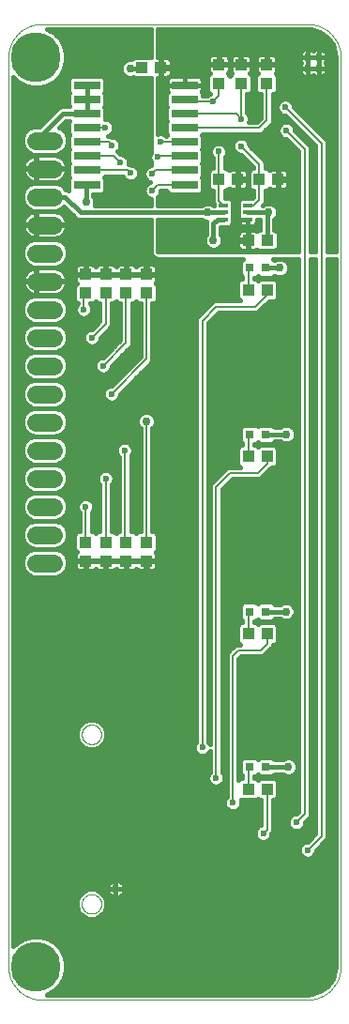
<source format=gtl>
G75*
%MOIN*%
%OFA0B0*%
%FSLAX25Y25*%
%IPPOS*%
%LPD*%
%AMOC8*
5,1,8,0,0,1.08239X$1,22.5*
%
%ADD10C,0.00000*%
%ADD11R,0.04331X0.03937*%
%ADD12R,0.03150X0.03150*%
%ADD13R,0.03937X0.04331*%
%ADD14C,0.06299*%
%ADD15C,0.17717*%
%ADD16R,0.09449X0.03150*%
%ADD17R,0.09449X0.02756*%
%ADD18R,0.03346X0.01378*%
%ADD19C,0.02953*%
%ADD20C,0.01600*%
%ADD21C,0.02362*%
%ADD22C,0.00700*%
D10*
X0025422Y0037233D02*
X0025422Y0360068D01*
X0025425Y0360353D01*
X0025436Y0360639D01*
X0025453Y0360924D01*
X0025477Y0361208D01*
X0025508Y0361492D01*
X0025546Y0361775D01*
X0025591Y0362056D01*
X0025642Y0362337D01*
X0025700Y0362617D01*
X0025765Y0362895D01*
X0025837Y0363171D01*
X0025915Y0363445D01*
X0026000Y0363718D01*
X0026092Y0363988D01*
X0026190Y0364256D01*
X0026294Y0364522D01*
X0026405Y0364785D01*
X0026522Y0365045D01*
X0026645Y0365303D01*
X0026775Y0365557D01*
X0026911Y0365808D01*
X0027052Y0366056D01*
X0027200Y0366300D01*
X0027353Y0366541D01*
X0027513Y0366777D01*
X0027678Y0367010D01*
X0027848Y0367239D01*
X0028024Y0367464D01*
X0028206Y0367684D01*
X0028392Y0367900D01*
X0028584Y0368111D01*
X0028781Y0368318D01*
X0028983Y0368520D01*
X0029190Y0368717D01*
X0029401Y0368909D01*
X0029617Y0369095D01*
X0029837Y0369277D01*
X0030062Y0369453D01*
X0030291Y0369623D01*
X0030524Y0369788D01*
X0030760Y0369948D01*
X0031001Y0370101D01*
X0031245Y0370249D01*
X0031493Y0370390D01*
X0031744Y0370526D01*
X0031998Y0370656D01*
X0032256Y0370779D01*
X0032516Y0370896D01*
X0032779Y0371007D01*
X0033045Y0371111D01*
X0033313Y0371209D01*
X0033583Y0371301D01*
X0033856Y0371386D01*
X0034130Y0371464D01*
X0034406Y0371536D01*
X0034684Y0371601D01*
X0034964Y0371659D01*
X0035245Y0371710D01*
X0035526Y0371755D01*
X0035809Y0371793D01*
X0036093Y0371824D01*
X0036377Y0371848D01*
X0036662Y0371865D01*
X0036948Y0371876D01*
X0037233Y0371879D01*
X0131721Y0371879D01*
X0132006Y0371876D01*
X0132292Y0371865D01*
X0132577Y0371848D01*
X0132861Y0371824D01*
X0133145Y0371793D01*
X0133428Y0371755D01*
X0133709Y0371710D01*
X0133990Y0371659D01*
X0134270Y0371601D01*
X0134548Y0371536D01*
X0134824Y0371464D01*
X0135098Y0371386D01*
X0135371Y0371301D01*
X0135641Y0371209D01*
X0135909Y0371111D01*
X0136175Y0371007D01*
X0136438Y0370896D01*
X0136698Y0370779D01*
X0136956Y0370656D01*
X0137210Y0370526D01*
X0137461Y0370390D01*
X0137709Y0370249D01*
X0137953Y0370101D01*
X0138194Y0369948D01*
X0138430Y0369788D01*
X0138663Y0369623D01*
X0138892Y0369453D01*
X0139117Y0369277D01*
X0139337Y0369095D01*
X0139553Y0368909D01*
X0139764Y0368717D01*
X0139971Y0368520D01*
X0140173Y0368318D01*
X0140370Y0368111D01*
X0140562Y0367900D01*
X0140748Y0367684D01*
X0140930Y0367464D01*
X0141106Y0367239D01*
X0141276Y0367010D01*
X0141441Y0366777D01*
X0141601Y0366541D01*
X0141754Y0366300D01*
X0141902Y0366056D01*
X0142043Y0365808D01*
X0142179Y0365557D01*
X0142309Y0365303D01*
X0142432Y0365045D01*
X0142549Y0364785D01*
X0142660Y0364522D01*
X0142764Y0364256D01*
X0142862Y0363988D01*
X0142954Y0363718D01*
X0143039Y0363445D01*
X0143117Y0363171D01*
X0143189Y0362895D01*
X0143254Y0362617D01*
X0143312Y0362337D01*
X0143363Y0362056D01*
X0143408Y0361775D01*
X0143446Y0361492D01*
X0143477Y0361208D01*
X0143501Y0360924D01*
X0143518Y0360639D01*
X0143529Y0360353D01*
X0143532Y0360068D01*
X0143532Y0037233D01*
X0143529Y0036948D01*
X0143518Y0036662D01*
X0143501Y0036377D01*
X0143477Y0036093D01*
X0143446Y0035809D01*
X0143408Y0035526D01*
X0143363Y0035245D01*
X0143312Y0034964D01*
X0143254Y0034684D01*
X0143189Y0034406D01*
X0143117Y0034130D01*
X0143039Y0033856D01*
X0142954Y0033583D01*
X0142862Y0033313D01*
X0142764Y0033045D01*
X0142660Y0032779D01*
X0142549Y0032516D01*
X0142432Y0032256D01*
X0142309Y0031998D01*
X0142179Y0031744D01*
X0142043Y0031493D01*
X0141902Y0031245D01*
X0141754Y0031001D01*
X0141601Y0030760D01*
X0141441Y0030524D01*
X0141276Y0030291D01*
X0141106Y0030062D01*
X0140930Y0029837D01*
X0140748Y0029617D01*
X0140562Y0029401D01*
X0140370Y0029190D01*
X0140173Y0028983D01*
X0139971Y0028781D01*
X0139764Y0028584D01*
X0139553Y0028392D01*
X0139337Y0028206D01*
X0139117Y0028024D01*
X0138892Y0027848D01*
X0138663Y0027678D01*
X0138430Y0027513D01*
X0138194Y0027353D01*
X0137953Y0027200D01*
X0137709Y0027052D01*
X0137461Y0026911D01*
X0137210Y0026775D01*
X0136956Y0026645D01*
X0136698Y0026522D01*
X0136438Y0026405D01*
X0136175Y0026294D01*
X0135909Y0026190D01*
X0135641Y0026092D01*
X0135371Y0026000D01*
X0135098Y0025915D01*
X0134824Y0025837D01*
X0134548Y0025765D01*
X0134270Y0025700D01*
X0133990Y0025642D01*
X0133709Y0025591D01*
X0133428Y0025546D01*
X0133145Y0025508D01*
X0132861Y0025477D01*
X0132577Y0025453D01*
X0132292Y0025436D01*
X0132006Y0025425D01*
X0131721Y0025422D01*
X0042351Y0025422D01*
X0042323Y0025422D02*
X0037233Y0025422D01*
X0036948Y0025425D01*
X0036662Y0025436D01*
X0036377Y0025453D01*
X0036093Y0025477D01*
X0035809Y0025508D01*
X0035526Y0025546D01*
X0035245Y0025591D01*
X0034964Y0025642D01*
X0034684Y0025700D01*
X0034406Y0025765D01*
X0034130Y0025837D01*
X0033856Y0025915D01*
X0033583Y0026000D01*
X0033313Y0026092D01*
X0033045Y0026190D01*
X0032779Y0026294D01*
X0032516Y0026405D01*
X0032256Y0026522D01*
X0031998Y0026645D01*
X0031744Y0026775D01*
X0031493Y0026911D01*
X0031245Y0027052D01*
X0031001Y0027200D01*
X0030760Y0027353D01*
X0030524Y0027513D01*
X0030291Y0027678D01*
X0030062Y0027848D01*
X0029837Y0028024D01*
X0029617Y0028206D01*
X0029401Y0028392D01*
X0029190Y0028584D01*
X0028983Y0028781D01*
X0028781Y0028983D01*
X0028584Y0029190D01*
X0028392Y0029401D01*
X0028206Y0029617D01*
X0028024Y0029837D01*
X0027848Y0030062D01*
X0027678Y0030291D01*
X0027513Y0030524D01*
X0027353Y0030760D01*
X0027200Y0031001D01*
X0027052Y0031245D01*
X0026911Y0031493D01*
X0026775Y0031744D01*
X0026645Y0031998D01*
X0026522Y0032256D01*
X0026405Y0032516D01*
X0026294Y0032779D01*
X0026190Y0033045D01*
X0026092Y0033313D01*
X0026000Y0033583D01*
X0025915Y0033856D01*
X0025837Y0034130D01*
X0025765Y0034406D01*
X0025700Y0034684D01*
X0025642Y0034964D01*
X0025591Y0035245D01*
X0025546Y0035526D01*
X0025508Y0035809D01*
X0025477Y0036093D01*
X0025453Y0036377D01*
X0025436Y0036662D01*
X0025425Y0036948D01*
X0025422Y0037233D01*
X0025422Y0070698D02*
X0025422Y0202587D01*
X0051528Y0119597D02*
X0051530Y0119714D01*
X0051536Y0119831D01*
X0051546Y0119948D01*
X0051560Y0120064D01*
X0051578Y0120180D01*
X0051599Y0120295D01*
X0051625Y0120410D01*
X0051655Y0120523D01*
X0051688Y0120635D01*
X0051725Y0120746D01*
X0051766Y0120856D01*
X0051811Y0120964D01*
X0051859Y0121071D01*
X0051911Y0121176D01*
X0051966Y0121280D01*
X0052025Y0121381D01*
X0052087Y0121480D01*
X0052153Y0121577D01*
X0052222Y0121672D01*
X0052294Y0121764D01*
X0052369Y0121854D01*
X0052447Y0121942D01*
X0052528Y0122026D01*
X0052612Y0122108D01*
X0052699Y0122187D01*
X0052788Y0122263D01*
X0052880Y0122336D01*
X0052974Y0122405D01*
X0053070Y0122472D01*
X0053169Y0122535D01*
X0053270Y0122595D01*
X0053373Y0122651D01*
X0053477Y0122704D01*
X0053584Y0122753D01*
X0053692Y0122798D01*
X0053801Y0122840D01*
X0053912Y0122878D01*
X0054024Y0122912D01*
X0054137Y0122943D01*
X0054251Y0122970D01*
X0054366Y0122992D01*
X0054482Y0123011D01*
X0054598Y0123026D01*
X0054715Y0123037D01*
X0054832Y0123044D01*
X0054949Y0123047D01*
X0055066Y0123046D01*
X0055183Y0123041D01*
X0055300Y0123032D01*
X0055416Y0123019D01*
X0055532Y0123002D01*
X0055647Y0122981D01*
X0055762Y0122957D01*
X0055876Y0122928D01*
X0055988Y0122896D01*
X0056100Y0122860D01*
X0056210Y0122820D01*
X0056319Y0122776D01*
X0056426Y0122729D01*
X0056531Y0122678D01*
X0056635Y0122623D01*
X0056737Y0122565D01*
X0056836Y0122504D01*
X0056934Y0122439D01*
X0057029Y0122371D01*
X0057122Y0122300D01*
X0057213Y0122225D01*
X0057301Y0122148D01*
X0057386Y0122067D01*
X0057469Y0121984D01*
X0057548Y0121898D01*
X0057625Y0121810D01*
X0057699Y0121718D01*
X0057769Y0121625D01*
X0057836Y0121529D01*
X0057900Y0121431D01*
X0057961Y0121330D01*
X0058018Y0121228D01*
X0058072Y0121124D01*
X0058122Y0121018D01*
X0058168Y0120910D01*
X0058211Y0120801D01*
X0058250Y0120691D01*
X0058285Y0120579D01*
X0058317Y0120466D01*
X0058344Y0120352D01*
X0058368Y0120238D01*
X0058388Y0120122D01*
X0058404Y0120006D01*
X0058416Y0119890D01*
X0058424Y0119773D01*
X0058428Y0119656D01*
X0058428Y0119538D01*
X0058424Y0119421D01*
X0058416Y0119304D01*
X0058404Y0119188D01*
X0058388Y0119072D01*
X0058368Y0118956D01*
X0058344Y0118842D01*
X0058317Y0118728D01*
X0058285Y0118615D01*
X0058250Y0118503D01*
X0058211Y0118393D01*
X0058168Y0118284D01*
X0058122Y0118176D01*
X0058072Y0118070D01*
X0058018Y0117966D01*
X0057961Y0117864D01*
X0057900Y0117763D01*
X0057836Y0117665D01*
X0057769Y0117569D01*
X0057699Y0117476D01*
X0057625Y0117384D01*
X0057548Y0117296D01*
X0057469Y0117210D01*
X0057386Y0117127D01*
X0057301Y0117046D01*
X0057213Y0116969D01*
X0057122Y0116894D01*
X0057029Y0116823D01*
X0056934Y0116755D01*
X0056836Y0116690D01*
X0056737Y0116629D01*
X0056635Y0116571D01*
X0056531Y0116516D01*
X0056426Y0116465D01*
X0056319Y0116418D01*
X0056210Y0116374D01*
X0056100Y0116334D01*
X0055988Y0116298D01*
X0055876Y0116266D01*
X0055762Y0116237D01*
X0055647Y0116213D01*
X0055532Y0116192D01*
X0055416Y0116175D01*
X0055300Y0116162D01*
X0055183Y0116153D01*
X0055066Y0116148D01*
X0054949Y0116147D01*
X0054832Y0116150D01*
X0054715Y0116157D01*
X0054598Y0116168D01*
X0054482Y0116183D01*
X0054366Y0116202D01*
X0054251Y0116224D01*
X0054137Y0116251D01*
X0054024Y0116282D01*
X0053912Y0116316D01*
X0053801Y0116354D01*
X0053692Y0116396D01*
X0053584Y0116441D01*
X0053477Y0116490D01*
X0053373Y0116543D01*
X0053270Y0116599D01*
X0053169Y0116659D01*
X0053070Y0116722D01*
X0052974Y0116789D01*
X0052880Y0116858D01*
X0052788Y0116931D01*
X0052699Y0117007D01*
X0052612Y0117086D01*
X0052528Y0117168D01*
X0052447Y0117252D01*
X0052369Y0117340D01*
X0052294Y0117430D01*
X0052222Y0117522D01*
X0052153Y0117617D01*
X0052087Y0117714D01*
X0052025Y0117813D01*
X0051966Y0117914D01*
X0051911Y0118018D01*
X0051859Y0118123D01*
X0051811Y0118230D01*
X0051766Y0118338D01*
X0051725Y0118448D01*
X0051688Y0118559D01*
X0051655Y0118671D01*
X0051625Y0118784D01*
X0051599Y0118899D01*
X0051578Y0119014D01*
X0051560Y0119130D01*
X0051546Y0119246D01*
X0051536Y0119363D01*
X0051530Y0119480D01*
X0051528Y0119597D01*
X0051528Y0059397D02*
X0051530Y0059514D01*
X0051536Y0059631D01*
X0051546Y0059748D01*
X0051560Y0059864D01*
X0051578Y0059980D01*
X0051599Y0060095D01*
X0051625Y0060210D01*
X0051655Y0060323D01*
X0051688Y0060435D01*
X0051725Y0060546D01*
X0051766Y0060656D01*
X0051811Y0060764D01*
X0051859Y0060871D01*
X0051911Y0060976D01*
X0051966Y0061080D01*
X0052025Y0061181D01*
X0052087Y0061280D01*
X0052153Y0061377D01*
X0052222Y0061472D01*
X0052294Y0061564D01*
X0052369Y0061654D01*
X0052447Y0061742D01*
X0052528Y0061826D01*
X0052612Y0061908D01*
X0052699Y0061987D01*
X0052788Y0062063D01*
X0052880Y0062136D01*
X0052974Y0062205D01*
X0053070Y0062272D01*
X0053169Y0062335D01*
X0053270Y0062395D01*
X0053373Y0062451D01*
X0053477Y0062504D01*
X0053584Y0062553D01*
X0053692Y0062598D01*
X0053801Y0062640D01*
X0053912Y0062678D01*
X0054024Y0062712D01*
X0054137Y0062743D01*
X0054251Y0062770D01*
X0054366Y0062792D01*
X0054482Y0062811D01*
X0054598Y0062826D01*
X0054715Y0062837D01*
X0054832Y0062844D01*
X0054949Y0062847D01*
X0055066Y0062846D01*
X0055183Y0062841D01*
X0055300Y0062832D01*
X0055416Y0062819D01*
X0055532Y0062802D01*
X0055647Y0062781D01*
X0055762Y0062757D01*
X0055876Y0062728D01*
X0055988Y0062696D01*
X0056100Y0062660D01*
X0056210Y0062620D01*
X0056319Y0062576D01*
X0056426Y0062529D01*
X0056531Y0062478D01*
X0056635Y0062423D01*
X0056737Y0062365D01*
X0056836Y0062304D01*
X0056934Y0062239D01*
X0057029Y0062171D01*
X0057122Y0062100D01*
X0057213Y0062025D01*
X0057301Y0061948D01*
X0057386Y0061867D01*
X0057469Y0061784D01*
X0057548Y0061698D01*
X0057625Y0061610D01*
X0057699Y0061518D01*
X0057769Y0061425D01*
X0057836Y0061329D01*
X0057900Y0061231D01*
X0057961Y0061130D01*
X0058018Y0061028D01*
X0058072Y0060924D01*
X0058122Y0060818D01*
X0058168Y0060710D01*
X0058211Y0060601D01*
X0058250Y0060491D01*
X0058285Y0060379D01*
X0058317Y0060266D01*
X0058344Y0060152D01*
X0058368Y0060038D01*
X0058388Y0059922D01*
X0058404Y0059806D01*
X0058416Y0059690D01*
X0058424Y0059573D01*
X0058428Y0059456D01*
X0058428Y0059338D01*
X0058424Y0059221D01*
X0058416Y0059104D01*
X0058404Y0058988D01*
X0058388Y0058872D01*
X0058368Y0058756D01*
X0058344Y0058642D01*
X0058317Y0058528D01*
X0058285Y0058415D01*
X0058250Y0058303D01*
X0058211Y0058193D01*
X0058168Y0058084D01*
X0058122Y0057976D01*
X0058072Y0057870D01*
X0058018Y0057766D01*
X0057961Y0057664D01*
X0057900Y0057563D01*
X0057836Y0057465D01*
X0057769Y0057369D01*
X0057699Y0057276D01*
X0057625Y0057184D01*
X0057548Y0057096D01*
X0057469Y0057010D01*
X0057386Y0056927D01*
X0057301Y0056846D01*
X0057213Y0056769D01*
X0057122Y0056694D01*
X0057029Y0056623D01*
X0056934Y0056555D01*
X0056836Y0056490D01*
X0056737Y0056429D01*
X0056635Y0056371D01*
X0056531Y0056316D01*
X0056426Y0056265D01*
X0056319Y0056218D01*
X0056210Y0056174D01*
X0056100Y0056134D01*
X0055988Y0056098D01*
X0055876Y0056066D01*
X0055762Y0056037D01*
X0055647Y0056013D01*
X0055532Y0055992D01*
X0055416Y0055975D01*
X0055300Y0055962D01*
X0055183Y0055953D01*
X0055066Y0055948D01*
X0054949Y0055947D01*
X0054832Y0055950D01*
X0054715Y0055957D01*
X0054598Y0055968D01*
X0054482Y0055983D01*
X0054366Y0056002D01*
X0054251Y0056024D01*
X0054137Y0056051D01*
X0054024Y0056082D01*
X0053912Y0056116D01*
X0053801Y0056154D01*
X0053692Y0056196D01*
X0053584Y0056241D01*
X0053477Y0056290D01*
X0053373Y0056343D01*
X0053270Y0056399D01*
X0053169Y0056459D01*
X0053070Y0056522D01*
X0052974Y0056589D01*
X0052880Y0056658D01*
X0052788Y0056731D01*
X0052699Y0056807D01*
X0052612Y0056886D01*
X0052528Y0056968D01*
X0052447Y0057052D01*
X0052369Y0057140D01*
X0052294Y0057230D01*
X0052222Y0057322D01*
X0052153Y0057417D01*
X0052087Y0057514D01*
X0052025Y0057613D01*
X0051966Y0057714D01*
X0051911Y0057818D01*
X0051859Y0057923D01*
X0051811Y0058030D01*
X0051766Y0058138D01*
X0051725Y0058248D01*
X0051688Y0058359D01*
X0051655Y0058471D01*
X0051625Y0058584D01*
X0051599Y0058699D01*
X0051578Y0058814D01*
X0051560Y0058930D01*
X0051546Y0059046D01*
X0051536Y0059163D01*
X0051530Y0059280D01*
X0051528Y0059397D01*
D11*
X0052843Y0181170D03*
X0052843Y0187863D03*
X0060048Y0187863D03*
X0060048Y0181170D03*
X0067253Y0181170D03*
X0067253Y0187863D03*
X0074457Y0187863D03*
X0074457Y0181170D03*
X0074457Y0276367D03*
X0074457Y0283060D03*
X0067253Y0283060D03*
X0067253Y0276367D03*
X0060048Y0276367D03*
X0060048Y0283060D03*
X0052843Y0283060D03*
X0052843Y0276367D03*
X0072902Y0356426D03*
X0079595Y0356426D03*
X0100225Y0357509D03*
X0100225Y0350816D03*
X0108099Y0350816D03*
X0108099Y0357509D03*
X0117154Y0357509D03*
X0117154Y0350816D03*
X0117351Y0295107D03*
X0110658Y0295107D03*
D12*
X0111052Y0285265D03*
X0116957Y0285265D03*
X0116957Y0226209D03*
X0111052Y0226209D03*
X0111052Y0163217D03*
X0116957Y0163217D03*
X0116957Y0108099D03*
X0111052Y0108099D03*
D13*
X0110658Y0100225D03*
X0117351Y0100225D03*
X0117351Y0155343D03*
X0110658Y0155343D03*
X0110658Y0218335D03*
X0117351Y0218335D03*
X0117351Y0277391D03*
X0110658Y0277391D03*
X0106918Y0316761D03*
X0100225Y0316761D03*
X0114595Y0316761D03*
X0121288Y0316761D03*
D14*
X0041564Y0320540D02*
X0035265Y0320540D01*
X0035265Y0310540D02*
X0041564Y0310540D01*
X0041564Y0300540D02*
X0035265Y0300540D01*
X0035265Y0290540D02*
X0041564Y0290540D01*
X0041564Y0280540D02*
X0035265Y0280540D01*
X0035265Y0270540D02*
X0041564Y0270540D01*
X0041564Y0260540D02*
X0035265Y0260540D01*
X0035265Y0250540D02*
X0041564Y0250540D01*
X0041564Y0240540D02*
X0035265Y0240540D01*
X0035265Y0230540D02*
X0041564Y0230540D01*
X0041564Y0220540D02*
X0035265Y0220540D01*
X0035265Y0210540D02*
X0041564Y0210540D01*
X0041564Y0200540D02*
X0035265Y0200540D01*
X0035265Y0190540D02*
X0041564Y0190540D01*
X0041564Y0180540D02*
X0035265Y0180540D01*
X0035265Y0330540D02*
X0041564Y0330540D01*
D15*
X0035265Y0360068D03*
X0035265Y0037233D03*
D16*
X0053375Y0314812D03*
X0053375Y0350206D03*
X0088020Y0350206D03*
X0088020Y0314812D03*
D17*
X0088020Y0320009D03*
X0088020Y0325009D03*
X0088020Y0330009D03*
X0088020Y0335009D03*
X0088020Y0340009D03*
X0088020Y0345009D03*
X0053375Y0345009D03*
X0053375Y0340009D03*
X0053375Y0335009D03*
X0053375Y0330009D03*
X0053375Y0325009D03*
X0053375Y0320009D03*
D18*
X0101800Y0307509D03*
X0101800Y0304950D03*
X0101800Y0302391D03*
X0110461Y0302391D03*
X0110461Y0304950D03*
X0110461Y0307509D03*
D19*
X0117942Y0304950D03*
X0121879Y0285265D03*
X0098257Y0295107D03*
X0096288Y0304950D03*
X0068729Y0356131D03*
X0052981Y0308887D03*
X0074457Y0230757D03*
X0124241Y0226209D03*
X0124044Y0163217D03*
X0124831Y0108099D03*
X0063611Y0064792D03*
X0131721Y0356131D03*
X0131721Y0360068D03*
X0135658Y0360068D03*
X0135658Y0356131D03*
D20*
X0135658Y0360068D01*
X0135658Y0363131D01*
X0135356Y0363131D01*
X0134765Y0363014D01*
X0134207Y0362783D01*
X0133705Y0362448D01*
X0133690Y0362432D01*
X0133674Y0362448D01*
X0133173Y0362783D01*
X0132615Y0363014D01*
X0132023Y0363131D01*
X0131721Y0363131D01*
X0131419Y0363131D01*
X0130828Y0363014D01*
X0130270Y0362783D01*
X0129768Y0362448D01*
X0129341Y0362021D01*
X0129006Y0361519D01*
X0128775Y0360961D01*
X0128657Y0360369D01*
X0128657Y0360068D01*
X0131721Y0360068D01*
X0131721Y0363131D01*
X0131721Y0360068D01*
X0131721Y0360068D01*
X0131721Y0360068D01*
X0128657Y0360068D01*
X0128657Y0359766D01*
X0128775Y0359174D01*
X0129006Y0358616D01*
X0129341Y0358115D01*
X0129357Y0358099D01*
X0129341Y0358084D01*
X0129006Y0357582D01*
X0128775Y0357024D01*
X0128657Y0356432D01*
X0128657Y0356131D01*
X0131721Y0356131D01*
X0131721Y0357004D01*
X0131721Y0360068D01*
X0134785Y0360068D01*
X0135658Y0360068D01*
X0135658Y0360068D01*
X0135658Y0360068D01*
X0135658Y0363131D01*
X0135960Y0363131D01*
X0136552Y0363014D01*
X0137110Y0362783D01*
X0137611Y0362448D01*
X0138038Y0362021D01*
X0138373Y0361519D01*
X0138604Y0360961D01*
X0138722Y0360369D01*
X0138722Y0360068D01*
X0135658Y0360068D01*
X0131721Y0360068D01*
X0131721Y0360068D01*
X0131721Y0360068D01*
X0131721Y0356131D01*
X0131721Y0356131D01*
X0131721Y0356131D01*
X0128657Y0356131D01*
X0128657Y0355829D01*
X0128775Y0355237D01*
X0129006Y0354679D01*
X0129341Y0354178D01*
X0129768Y0353751D01*
X0130270Y0353416D01*
X0130828Y0353185D01*
X0131419Y0353067D01*
X0131721Y0353067D01*
X0131721Y0356131D01*
X0132594Y0356131D01*
X0135658Y0356131D01*
X0135658Y0356131D01*
X0135658Y0356131D01*
X0135658Y0357004D01*
X0135658Y0360068D01*
X0135658Y0360068D01*
X0135658Y0360068D01*
X0138722Y0360068D01*
X0138722Y0359766D01*
X0138604Y0359174D01*
X0138373Y0358616D01*
X0138038Y0358115D01*
X0138023Y0358099D01*
X0138038Y0358084D01*
X0138373Y0357582D01*
X0138604Y0357024D01*
X0138722Y0356432D01*
X0138722Y0356131D01*
X0135658Y0356131D01*
X0131721Y0356131D01*
X0131721Y0356131D01*
X0131721Y0356131D01*
X0131721Y0353067D01*
X0132023Y0353067D01*
X0132615Y0353185D01*
X0133173Y0353416D01*
X0133674Y0353751D01*
X0133690Y0353766D01*
X0133705Y0353751D01*
X0134207Y0353416D01*
X0134765Y0353185D01*
X0135356Y0353067D01*
X0135658Y0353067D01*
X0135658Y0356131D01*
X0135658Y0356131D01*
X0135658Y0356131D01*
X0138722Y0356131D01*
X0138722Y0355829D01*
X0138604Y0355237D01*
X0138373Y0354679D01*
X0138038Y0354178D01*
X0137611Y0353751D01*
X0137110Y0353416D01*
X0136552Y0353185D01*
X0135960Y0353067D01*
X0135658Y0353067D01*
X0135658Y0356131D01*
X0135658Y0356684D02*
X0135658Y0356684D01*
X0135658Y0358282D02*
X0135658Y0358282D01*
X0135658Y0359881D02*
X0135658Y0359881D01*
X0135658Y0361479D02*
X0135658Y0361479D01*
X0135658Y0363078D02*
X0135658Y0363078D01*
X0135087Y0363078D02*
X0132292Y0363078D01*
X0131721Y0363078D02*
X0131721Y0363078D01*
X0131150Y0363078D02*
X0078572Y0363078D01*
X0078572Y0364676D02*
X0140595Y0364676D01*
X0140641Y0364613D02*
X0141609Y0361634D01*
X0141732Y0360068D01*
X0141732Y0291170D01*
X0138793Y0291170D01*
X0138793Y0330446D01*
X0126828Y0342411D01*
X0126828Y0342944D01*
X0126374Y0344040D01*
X0125536Y0344878D01*
X0124440Y0345332D01*
X0123254Y0345332D01*
X0122159Y0344878D01*
X0121320Y0344040D01*
X0120866Y0342944D01*
X0120866Y0341758D01*
X0121320Y0340663D01*
X0122159Y0339824D01*
X0123254Y0339370D01*
X0123788Y0339370D01*
X0134493Y0328665D01*
X0134493Y0291170D01*
X0132887Y0291170D01*
X0132887Y0328478D01*
X0127202Y0334163D01*
X0127202Y0334696D01*
X0126749Y0335792D01*
X0125910Y0336630D01*
X0124814Y0337084D01*
X0123628Y0337084D01*
X0122533Y0336630D01*
X0121694Y0335792D01*
X0121240Y0334696D01*
X0121240Y0333510D01*
X0121694Y0332414D01*
X0122533Y0331576D01*
X0123628Y0331122D01*
X0124162Y0331122D01*
X0128587Y0326697D01*
X0128587Y0291170D01*
X0078572Y0291170D01*
X0078572Y0302350D01*
X0094255Y0302350D01*
X0094432Y0302172D01*
X0095636Y0301673D01*
X0095716Y0301673D01*
X0095657Y0301530D01*
X0095657Y0297141D01*
X0095479Y0296963D01*
X0094980Y0295759D01*
X0094980Y0294455D01*
X0095479Y0293251D01*
X0096401Y0292330D01*
X0097605Y0291831D01*
X0098908Y0291831D01*
X0100113Y0292330D01*
X0101034Y0293251D01*
X0101533Y0294455D01*
X0101533Y0295759D01*
X0101034Y0296963D01*
X0100857Y0297141D01*
X0100857Y0299791D01*
X0102317Y0299791D01*
X0102585Y0299902D01*
X0104219Y0299902D01*
X0105273Y0300956D01*
X0105273Y0308943D01*
X0104219Y0309998D01*
X0102375Y0309998D01*
X0102375Y0312795D01*
X0102939Y0312795D01*
X0103722Y0313578D01*
X0103975Y0313325D01*
X0104337Y0313116D01*
X0104741Y0313008D01*
X0106734Y0313008D01*
X0106734Y0316576D01*
X0107102Y0316576D01*
X0107102Y0313008D01*
X0109096Y0313008D01*
X0109499Y0313116D01*
X0109861Y0313325D01*
X0110157Y0313621D01*
X0110366Y0313983D01*
X0110474Y0314386D01*
X0110474Y0316576D01*
X0107102Y0316576D01*
X0107102Y0316945D01*
X0106734Y0316945D01*
X0106734Y0320513D01*
X0104741Y0320513D01*
X0104337Y0320405D01*
X0103975Y0320196D01*
X0103722Y0319943D01*
X0102939Y0320726D01*
X0102375Y0320726D01*
X0102375Y0324537D01*
X0102752Y0324914D01*
X0103206Y0326010D01*
X0103206Y0327196D01*
X0102752Y0328292D01*
X0101914Y0329130D01*
X0100818Y0329584D01*
X0099632Y0329584D01*
X0098537Y0329130D01*
X0097698Y0328292D01*
X0097244Y0327196D01*
X0097244Y0326010D01*
X0097698Y0324914D01*
X0098075Y0324537D01*
X0098075Y0320726D01*
X0097511Y0320726D01*
X0096457Y0319672D01*
X0096457Y0313850D01*
X0097511Y0312795D01*
X0098075Y0312795D01*
X0098075Y0308193D01*
X0098327Y0307941D01*
X0098327Y0307550D01*
X0098322Y0307550D01*
X0098144Y0307727D01*
X0096940Y0308226D01*
X0095636Y0308226D01*
X0094432Y0307727D01*
X0094255Y0307550D01*
X0078572Y0307550D01*
X0078572Y0310576D01*
X0079130Y0311135D01*
X0079584Y0312231D01*
X0079584Y0312662D01*
X0081496Y0312662D01*
X0081496Y0312491D01*
X0082550Y0311437D01*
X0093490Y0311437D01*
X0094545Y0312491D01*
X0094545Y0317132D01*
X0094168Y0317509D01*
X0094545Y0317885D01*
X0094545Y0322132D01*
X0094168Y0322509D01*
X0094545Y0322885D01*
X0094545Y0327132D01*
X0094168Y0327509D01*
X0094545Y0327885D01*
X0094545Y0332132D01*
X0094168Y0332509D01*
X0094518Y0332859D01*
X0115427Y0332859D01*
X0116686Y0334118D01*
X0116686Y0334118D01*
X0118045Y0335477D01*
X0119304Y0336736D01*
X0119304Y0347047D01*
X0120065Y0347047D01*
X0121120Y0348102D01*
X0121120Y0353530D01*
X0120337Y0354313D01*
X0120590Y0354565D01*
X0120799Y0354927D01*
X0120907Y0355331D01*
X0120907Y0357324D01*
X0117339Y0357324D01*
X0117339Y0357693D01*
X0120907Y0357693D01*
X0120907Y0359686D01*
X0120799Y0360090D01*
X0120590Y0360452D01*
X0120294Y0360747D01*
X0119932Y0360956D01*
X0119529Y0361065D01*
X0117339Y0361065D01*
X0117339Y0357693D01*
X0116970Y0357693D01*
X0116970Y0361065D01*
X0114780Y0361065D01*
X0114376Y0360956D01*
X0114014Y0360747D01*
X0113719Y0360452D01*
X0113510Y0360090D01*
X0113402Y0359686D01*
X0113402Y0357693D01*
X0116970Y0357693D01*
X0116970Y0357324D01*
X0113402Y0357324D01*
X0113402Y0355331D01*
X0113510Y0354927D01*
X0113719Y0354565D01*
X0113972Y0354313D01*
X0113189Y0353530D01*
X0113189Y0348102D01*
X0114243Y0347047D01*
X0115004Y0347047D01*
X0115004Y0338517D01*
X0113646Y0337159D01*
X0110871Y0337159D01*
X0111080Y0337664D01*
X0111080Y0338850D01*
X0110626Y0339945D01*
X0110249Y0340323D01*
X0110249Y0347047D01*
X0111010Y0347047D01*
X0112065Y0348102D01*
X0112065Y0353530D01*
X0111282Y0354313D01*
X0111535Y0354565D01*
X0111744Y0354927D01*
X0111852Y0355331D01*
X0111852Y0357324D01*
X0108284Y0357324D01*
X0108284Y0357693D01*
X0111852Y0357693D01*
X0111852Y0359686D01*
X0111744Y0360090D01*
X0111535Y0360452D01*
X0111239Y0360747D01*
X0110877Y0360956D01*
X0110474Y0361065D01*
X0108283Y0361065D01*
X0108283Y0357693D01*
X0107915Y0357693D01*
X0107915Y0361065D01*
X0105725Y0361065D01*
X0105321Y0360956D01*
X0104959Y0360747D01*
X0104664Y0360452D01*
X0104455Y0360090D01*
X0104346Y0359686D01*
X0104346Y0357693D01*
X0107915Y0357693D01*
X0107915Y0357324D01*
X0104346Y0357324D01*
X0104346Y0355331D01*
X0104455Y0354927D01*
X0104664Y0354565D01*
X0104917Y0354313D01*
X0104162Y0353558D01*
X0103408Y0354313D01*
X0103661Y0354565D01*
X0103870Y0354927D01*
X0103978Y0355331D01*
X0103978Y0357324D01*
X0100410Y0357324D01*
X0100410Y0357693D01*
X0103978Y0357693D01*
X0103978Y0359686D01*
X0103870Y0360090D01*
X0103661Y0360452D01*
X0103365Y0360747D01*
X0103003Y0360956D01*
X0102600Y0361065D01*
X0100409Y0361065D01*
X0100409Y0357693D01*
X0100041Y0357693D01*
X0100041Y0361065D01*
X0097851Y0361065D01*
X0097447Y0360956D01*
X0097085Y0360747D01*
X0096790Y0360452D01*
X0096581Y0360090D01*
X0096472Y0359686D01*
X0096472Y0357693D01*
X0100041Y0357693D01*
X0100041Y0357324D01*
X0096472Y0357324D01*
X0096472Y0355331D01*
X0096581Y0354927D01*
X0096790Y0354565D01*
X0097043Y0354313D01*
X0096260Y0353530D01*
X0096260Y0348102D01*
X0097237Y0347124D01*
X0096568Y0346847D01*
X0096191Y0346470D01*
X0094545Y0346470D01*
X0094545Y0347132D01*
X0094017Y0347660D01*
X0094224Y0348018D01*
X0094332Y0348422D01*
X0094332Y0350205D01*
X0088021Y0350205D01*
X0088021Y0350206D01*
X0094332Y0350206D01*
X0094332Y0351989D01*
X0094224Y0352393D01*
X0094015Y0352755D01*
X0093720Y0353051D01*
X0093358Y0353260D01*
X0092954Y0353368D01*
X0088021Y0353368D01*
X0088021Y0350206D01*
X0088020Y0350206D01*
X0088020Y0353368D01*
X0083087Y0353368D01*
X0082853Y0353305D01*
X0083031Y0353483D01*
X0083240Y0353845D01*
X0083348Y0354248D01*
X0083348Y0356242D01*
X0079780Y0356242D01*
X0079780Y0356610D01*
X0083348Y0356610D01*
X0083348Y0358603D01*
X0083240Y0359007D01*
X0083031Y0359369D01*
X0082735Y0359665D01*
X0082373Y0359874D01*
X0081970Y0359982D01*
X0079780Y0359982D01*
X0079780Y0356610D01*
X0079411Y0356610D01*
X0079411Y0359982D01*
X0078572Y0359982D01*
X0078572Y0370079D01*
X0131721Y0370079D01*
X0133287Y0369955D01*
X0136266Y0368988D01*
X0138800Y0367147D01*
X0140641Y0364613D01*
X0141140Y0363078D02*
X0136229Y0363078D01*
X0138390Y0361479D02*
X0141621Y0361479D01*
X0141732Y0359881D02*
X0138722Y0359881D01*
X0138150Y0358282D02*
X0141732Y0358282D01*
X0141732Y0356684D02*
X0138672Y0356684D01*
X0138541Y0355085D02*
X0141732Y0355085D01*
X0141732Y0353487D02*
X0137216Y0353487D01*
X0135658Y0353487D02*
X0135658Y0353487D01*
X0134100Y0353487D02*
X0133279Y0353487D01*
X0131721Y0353487D02*
X0131721Y0353487D01*
X0130163Y0353487D02*
X0121120Y0353487D01*
X0121120Y0351888D02*
X0141732Y0351888D01*
X0141732Y0350290D02*
X0121120Y0350290D01*
X0121120Y0348691D02*
X0141732Y0348691D01*
X0141732Y0347093D02*
X0120111Y0347093D01*
X0119304Y0345494D02*
X0141732Y0345494D01*
X0141732Y0343896D02*
X0126434Y0343896D01*
X0126942Y0342297D02*
X0141732Y0342297D01*
X0141732Y0340699D02*
X0128540Y0340699D01*
X0130139Y0339100D02*
X0141732Y0339100D01*
X0141732Y0337502D02*
X0131737Y0337502D01*
X0133336Y0335903D02*
X0141732Y0335903D01*
X0141732Y0334305D02*
X0134934Y0334305D01*
X0136533Y0332706D02*
X0141732Y0332706D01*
X0141732Y0331108D02*
X0138131Y0331108D01*
X0138793Y0329509D02*
X0141732Y0329509D01*
X0141732Y0327911D02*
X0138793Y0327911D01*
X0138793Y0326312D02*
X0141732Y0326312D01*
X0141732Y0324714D02*
X0138793Y0324714D01*
X0138793Y0323115D02*
X0141732Y0323115D01*
X0141732Y0321517D02*
X0138793Y0321517D01*
X0138793Y0319918D02*
X0141732Y0319918D01*
X0141732Y0318320D02*
X0138793Y0318320D01*
X0138793Y0316721D02*
X0141732Y0316721D01*
X0141732Y0315123D02*
X0138793Y0315123D01*
X0138793Y0313524D02*
X0141732Y0313524D01*
X0141732Y0311926D02*
X0138793Y0311926D01*
X0138793Y0310327D02*
X0141732Y0310327D01*
X0141732Y0308729D02*
X0138793Y0308729D01*
X0138793Y0307130D02*
X0141732Y0307130D01*
X0141732Y0305532D02*
X0138793Y0305532D01*
X0138793Y0303933D02*
X0141732Y0303933D01*
X0141732Y0302334D02*
X0138793Y0302334D01*
X0138793Y0300736D02*
X0141732Y0300736D01*
X0141732Y0299137D02*
X0138793Y0299137D01*
X0138793Y0297539D02*
X0141732Y0297539D01*
X0141732Y0295940D02*
X0138793Y0295940D01*
X0138793Y0294342D02*
X0141732Y0294342D01*
X0141732Y0292743D02*
X0138793Y0292743D01*
X0138793Y0288570D02*
X0141732Y0288570D01*
X0141732Y0037233D01*
X0141609Y0035667D01*
X0140641Y0032688D01*
X0138800Y0030154D01*
X0136266Y0028313D01*
X0133287Y0027345D01*
X0131721Y0027222D01*
X0039083Y0027222D01*
X0039378Y0027301D01*
X0041809Y0028704D01*
X0043793Y0030689D01*
X0045196Y0033119D01*
X0045923Y0035830D01*
X0045923Y0038636D01*
X0045196Y0041347D01*
X0043793Y0043777D01*
X0041809Y0045762D01*
X0039378Y0047165D01*
X0036668Y0047891D01*
X0033861Y0047891D01*
X0031151Y0047165D01*
X0028720Y0045762D01*
X0027222Y0044264D01*
X0027222Y0353037D01*
X0028720Y0351539D01*
X0031151Y0350136D01*
X0033861Y0349409D01*
X0036668Y0349409D01*
X0039378Y0350136D01*
X0041809Y0351539D01*
X0043793Y0353523D01*
X0045196Y0355954D01*
X0045923Y0358665D01*
X0045923Y0361471D01*
X0045196Y0364182D01*
X0043793Y0366612D01*
X0041809Y0368596D01*
X0039378Y0370000D01*
X0039083Y0370079D01*
X0075972Y0370079D01*
X0075972Y0360036D01*
X0075813Y0360194D01*
X0069991Y0360194D01*
X0069204Y0359407D01*
X0068077Y0359407D01*
X0066873Y0358908D01*
X0065952Y0357987D01*
X0065453Y0356782D01*
X0065453Y0355479D01*
X0065952Y0354275D01*
X0066873Y0353353D01*
X0068077Y0352854D01*
X0069381Y0352854D01*
X0069673Y0352976D01*
X0069991Y0352657D01*
X0075813Y0352657D01*
X0075972Y0352816D01*
X0075972Y0326148D01*
X0075591Y0325228D01*
X0075591Y0324042D01*
X0075972Y0323122D01*
X0075972Y0321694D01*
X0074914Y0321256D01*
X0074076Y0320418D01*
X0073622Y0319322D01*
X0073622Y0318136D01*
X0074076Y0317040D01*
X0074914Y0316202D01*
X0075942Y0315776D01*
X0074914Y0315351D01*
X0074076Y0314512D01*
X0073622Y0313417D01*
X0073622Y0312231D01*
X0074076Y0311135D01*
X0074914Y0310296D01*
X0075972Y0309858D01*
X0075972Y0307550D01*
X0055974Y0307550D01*
X0056257Y0308235D01*
X0056257Y0309538D01*
X0055759Y0310743D01*
X0055581Y0310920D01*
X0055581Y0311437D01*
X0058845Y0311437D01*
X0059899Y0312491D01*
X0059899Y0317132D01*
X0059523Y0317509D01*
X0059873Y0317859D01*
X0066141Y0317859D01*
X0066399Y0317237D01*
X0067237Y0316399D01*
X0068333Y0315945D01*
X0069519Y0315945D01*
X0070615Y0316399D01*
X0071453Y0317237D01*
X0071907Y0318333D01*
X0071907Y0319519D01*
X0071453Y0320615D01*
X0070615Y0321453D01*
X0069519Y0321907D01*
X0068985Y0321907D01*
X0068734Y0322159D01*
X0068167Y0322159D01*
X0068167Y0323259D01*
X0067713Y0324355D01*
X0066874Y0325193D01*
X0065779Y0325647D01*
X0065245Y0325647D01*
X0064993Y0325899D01*
X0064286Y0326606D01*
X0064760Y0327080D01*
X0065214Y0328176D01*
X0065214Y0329361D01*
X0064760Y0330457D01*
X0063922Y0331296D01*
X0062826Y0331750D01*
X0062293Y0331750D01*
X0061883Y0332159D01*
X0060638Y0332159D01*
X0061560Y0332540D01*
X0062398Y0333379D01*
X0062852Y0334475D01*
X0062852Y0335661D01*
X0062398Y0336756D01*
X0061560Y0337595D01*
X0060464Y0338049D01*
X0059899Y0338049D01*
X0059899Y0342132D01*
X0059523Y0342509D01*
X0059899Y0342885D01*
X0059899Y0347132D01*
X0059523Y0347509D01*
X0059899Y0347885D01*
X0059899Y0352526D01*
X0058845Y0353580D01*
X0047905Y0353580D01*
X0046850Y0352526D01*
X0046850Y0347885D01*
X0047227Y0347509D01*
X0046850Y0347132D01*
X0046850Y0342885D01*
X0047127Y0342609D01*
X0044216Y0342609D01*
X0043260Y0342213D01*
X0042529Y0341481D01*
X0036537Y0335490D01*
X0034280Y0335490D01*
X0032461Y0334736D01*
X0031068Y0333344D01*
X0030315Y0331525D01*
X0030315Y0329556D01*
X0031068Y0327736D01*
X0032461Y0326344D01*
X0034280Y0325591D01*
X0042548Y0325591D01*
X0044367Y0326344D01*
X0045760Y0327736D01*
X0046513Y0329556D01*
X0046513Y0331525D01*
X0045760Y0333344D01*
X0044367Y0334736D01*
X0043498Y0335096D01*
X0045810Y0337409D01*
X0047127Y0337409D01*
X0046850Y0337132D01*
X0046850Y0332885D01*
X0047227Y0332509D01*
X0046850Y0332132D01*
X0046850Y0327885D01*
X0047227Y0327509D01*
X0046850Y0327132D01*
X0046850Y0322885D01*
X0047227Y0322509D01*
X0046850Y0322132D01*
X0046850Y0317885D01*
X0047227Y0317509D01*
X0046850Y0317132D01*
X0046850Y0312763D01*
X0045939Y0313140D01*
X0045844Y0313140D01*
X0045760Y0313344D01*
X0044367Y0314736D01*
X0042548Y0315490D01*
X0034280Y0315490D01*
X0032461Y0314736D01*
X0031068Y0313344D01*
X0030315Y0311525D01*
X0030315Y0309556D01*
X0031068Y0307736D01*
X0032461Y0306344D01*
X0034280Y0305591D01*
X0042548Y0305591D01*
X0044367Y0306344D01*
X0045154Y0307131D01*
X0049540Y0302745D01*
X0050495Y0302350D01*
X0075972Y0302350D01*
X0075972Y0290653D01*
X0076367Y0289697D01*
X0077099Y0288966D01*
X0078054Y0288570D01*
X0108662Y0288570D01*
X0107677Y0287585D01*
X0107677Y0282944D01*
X0108508Y0282113D01*
X0108508Y0281356D01*
X0107944Y0281356D01*
X0106890Y0280301D01*
X0106890Y0274480D01*
X0107734Y0273635D01*
X0098350Y0273635D01*
X0097091Y0272376D01*
X0092170Y0267454D01*
X0092170Y0117055D01*
X0091792Y0116678D01*
X0091339Y0115582D01*
X0091339Y0114396D01*
X0091792Y0113300D01*
X0092631Y0112462D01*
X0093727Y0112008D01*
X0094913Y0112008D01*
X0096008Y0112462D01*
X0096847Y0113300D01*
X0097091Y0113889D01*
X0097091Y0106228D01*
X0096714Y0105851D01*
X0096260Y0104755D01*
X0096260Y0103569D01*
X0096714Y0102474D01*
X0097552Y0101635D01*
X0098648Y0101181D01*
X0099834Y0101181D01*
X0100930Y0101635D01*
X0101768Y0102474D01*
X0102222Y0103569D01*
X0102222Y0104755D01*
X0101768Y0105851D01*
X0101391Y0106228D01*
X0101391Y0206618D01*
X0105053Y0210280D01*
X0114895Y0210280D01*
X0118242Y0213626D01*
X0118985Y0214370D01*
X0120065Y0214370D01*
X0121120Y0215424D01*
X0121120Y0221246D01*
X0120065Y0222301D01*
X0114637Y0222301D01*
X0114005Y0221668D01*
X0113372Y0222301D01*
X0112808Y0222301D01*
X0112808Y0222835D01*
X0113372Y0222835D01*
X0114005Y0223467D01*
X0114637Y0222835D01*
X0119278Y0222835D01*
X0120053Y0223609D01*
X0122207Y0223609D01*
X0122385Y0223432D01*
X0123589Y0222933D01*
X0124893Y0222933D01*
X0126097Y0223432D01*
X0127019Y0224354D01*
X0127517Y0225558D01*
X0127517Y0226861D01*
X0127019Y0228065D01*
X0126097Y0228987D01*
X0124893Y0229486D01*
X0123589Y0229486D01*
X0122385Y0228987D01*
X0122207Y0228809D01*
X0120053Y0228809D01*
X0119278Y0229584D01*
X0114637Y0229584D01*
X0114005Y0228952D01*
X0113372Y0229584D01*
X0108732Y0229584D01*
X0107677Y0228530D01*
X0107677Y0223889D01*
X0108508Y0223058D01*
X0108508Y0222301D01*
X0107944Y0222301D01*
X0106890Y0221246D01*
X0106890Y0215424D01*
X0107734Y0214580D01*
X0103272Y0214580D01*
X0102012Y0213320D01*
X0097091Y0208399D01*
X0097091Y0116089D01*
X0096847Y0116678D01*
X0096470Y0117055D01*
X0096470Y0265673D01*
X0100131Y0269335D01*
X0113911Y0269335D01*
X0118001Y0273425D01*
X0120065Y0273425D01*
X0121120Y0274480D01*
X0121120Y0280301D01*
X0120065Y0281356D01*
X0114637Y0281356D01*
X0114005Y0280724D01*
X0113372Y0281356D01*
X0112808Y0281356D01*
X0112808Y0281890D01*
X0113372Y0281890D01*
X0114005Y0282522D01*
X0114637Y0281890D01*
X0119278Y0281890D01*
X0119949Y0282561D01*
X0120023Y0282487D01*
X0121227Y0281988D01*
X0122530Y0281988D01*
X0123735Y0282487D01*
X0124656Y0283409D01*
X0125155Y0284613D01*
X0125155Y0285916D01*
X0124656Y0287120D01*
X0123735Y0288042D01*
X0122530Y0288541D01*
X0121227Y0288541D01*
X0120023Y0288042D01*
X0119949Y0287968D01*
X0119347Y0288570D01*
X0128587Y0288570D01*
X0128587Y0092257D01*
X0127725Y0091395D01*
X0127191Y0091395D01*
X0126096Y0090941D01*
X0125257Y0090103D01*
X0124803Y0089007D01*
X0124803Y0087821D01*
X0125257Y0086726D01*
X0126096Y0085887D01*
X0127191Y0085433D01*
X0128377Y0085433D01*
X0129473Y0085887D01*
X0130312Y0086726D01*
X0130765Y0087821D01*
X0130765Y0088355D01*
X0132887Y0090476D01*
X0132887Y0288570D01*
X0134493Y0288570D01*
X0134493Y0084383D01*
X0131662Y0081553D01*
X0131128Y0081553D01*
X0130033Y0081099D01*
X0129194Y0080260D01*
X0128740Y0079165D01*
X0128740Y0077979D01*
X0129194Y0076883D01*
X0130033Y0076044D01*
X0131128Y0075591D01*
X0132314Y0075591D01*
X0133410Y0076044D01*
X0134249Y0076883D01*
X0134702Y0077979D01*
X0134702Y0078512D01*
X0138793Y0082602D01*
X0138793Y0288570D01*
X0138793Y0287948D02*
X0141732Y0287948D01*
X0141732Y0286349D02*
X0138793Y0286349D01*
X0138793Y0284751D02*
X0141732Y0284751D01*
X0141732Y0283152D02*
X0138793Y0283152D01*
X0138793Y0281554D02*
X0141732Y0281554D01*
X0141732Y0279955D02*
X0138793Y0279955D01*
X0138793Y0278357D02*
X0141732Y0278357D01*
X0141732Y0276758D02*
X0138793Y0276758D01*
X0138793Y0275160D02*
X0141732Y0275160D01*
X0141732Y0273561D02*
X0138793Y0273561D01*
X0138793Y0271963D02*
X0141732Y0271963D01*
X0141732Y0270364D02*
X0138793Y0270364D01*
X0138793Y0268766D02*
X0141732Y0268766D01*
X0141732Y0267167D02*
X0138793Y0267167D01*
X0138793Y0265569D02*
X0141732Y0265569D01*
X0141732Y0263970D02*
X0138793Y0263970D01*
X0138793Y0262372D02*
X0141732Y0262372D01*
X0141732Y0260773D02*
X0138793Y0260773D01*
X0138793Y0259175D02*
X0141732Y0259175D01*
X0141732Y0257576D02*
X0138793Y0257576D01*
X0138793Y0255978D02*
X0141732Y0255978D01*
X0141732Y0254379D02*
X0138793Y0254379D01*
X0138793Y0252781D02*
X0141732Y0252781D01*
X0141732Y0251182D02*
X0138793Y0251182D01*
X0138793Y0249584D02*
X0141732Y0249584D01*
X0141732Y0247985D02*
X0138793Y0247985D01*
X0138793Y0246387D02*
X0141732Y0246387D01*
X0141732Y0244788D02*
X0138793Y0244788D01*
X0138793Y0243190D02*
X0141732Y0243190D01*
X0141732Y0241591D02*
X0138793Y0241591D01*
X0138793Y0239993D02*
X0141732Y0239993D01*
X0141732Y0238394D02*
X0138793Y0238394D01*
X0138793Y0236796D02*
X0141732Y0236796D01*
X0141732Y0235197D02*
X0138793Y0235197D01*
X0138793Y0233599D02*
X0141732Y0233599D01*
X0141732Y0232000D02*
X0138793Y0232000D01*
X0138793Y0230401D02*
X0141732Y0230401D01*
X0141732Y0228803D02*
X0138793Y0228803D01*
X0138793Y0227204D02*
X0141732Y0227204D01*
X0141732Y0225606D02*
X0138793Y0225606D01*
X0138793Y0224007D02*
X0141732Y0224007D01*
X0141732Y0222409D02*
X0138793Y0222409D01*
X0138793Y0220810D02*
X0141732Y0220810D01*
X0141732Y0219212D02*
X0138793Y0219212D01*
X0138793Y0217613D02*
X0141732Y0217613D01*
X0141732Y0216015D02*
X0138793Y0216015D01*
X0138793Y0214416D02*
X0141732Y0214416D01*
X0141732Y0212818D02*
X0138793Y0212818D01*
X0138793Y0211219D02*
X0141732Y0211219D01*
X0141732Y0209621D02*
X0138793Y0209621D01*
X0138793Y0208022D02*
X0141732Y0208022D01*
X0141732Y0206424D02*
X0138793Y0206424D01*
X0138793Y0204825D02*
X0141732Y0204825D01*
X0141732Y0203227D02*
X0138793Y0203227D01*
X0138793Y0201628D02*
X0141732Y0201628D01*
X0141732Y0200030D02*
X0138793Y0200030D01*
X0138793Y0198431D02*
X0141732Y0198431D01*
X0141732Y0196833D02*
X0138793Y0196833D01*
X0138793Y0195234D02*
X0141732Y0195234D01*
X0141732Y0193636D02*
X0138793Y0193636D01*
X0138793Y0192037D02*
X0141732Y0192037D01*
X0141732Y0190439D02*
X0138793Y0190439D01*
X0138793Y0188840D02*
X0141732Y0188840D01*
X0141732Y0187242D02*
X0138793Y0187242D01*
X0138793Y0185643D02*
X0141732Y0185643D01*
X0141732Y0184045D02*
X0138793Y0184045D01*
X0138793Y0182446D02*
X0141732Y0182446D01*
X0141732Y0180848D02*
X0138793Y0180848D01*
X0138793Y0179249D02*
X0141732Y0179249D01*
X0141732Y0177651D02*
X0138793Y0177651D01*
X0138793Y0176052D02*
X0141732Y0176052D01*
X0141732Y0174454D02*
X0138793Y0174454D01*
X0138793Y0172855D02*
X0141732Y0172855D01*
X0141732Y0171257D02*
X0138793Y0171257D01*
X0138793Y0169658D02*
X0141732Y0169658D01*
X0141732Y0168060D02*
X0138793Y0168060D01*
X0138793Y0166461D02*
X0141732Y0166461D01*
X0141732Y0164863D02*
X0138793Y0164863D01*
X0138793Y0163264D02*
X0141732Y0163264D01*
X0141732Y0161666D02*
X0138793Y0161666D01*
X0138793Y0160067D02*
X0141732Y0160067D01*
X0141732Y0158468D02*
X0138793Y0158468D01*
X0138793Y0156870D02*
X0141732Y0156870D01*
X0141732Y0155271D02*
X0138793Y0155271D01*
X0138793Y0153673D02*
X0141732Y0153673D01*
X0141732Y0152074D02*
X0138793Y0152074D01*
X0138793Y0150476D02*
X0141732Y0150476D01*
X0141732Y0148877D02*
X0138793Y0148877D01*
X0138793Y0147279D02*
X0141732Y0147279D01*
X0141732Y0145680D02*
X0138793Y0145680D01*
X0138793Y0144082D02*
X0141732Y0144082D01*
X0141732Y0142483D02*
X0138793Y0142483D01*
X0138793Y0140885D02*
X0141732Y0140885D01*
X0141732Y0139286D02*
X0138793Y0139286D01*
X0138793Y0137688D02*
X0141732Y0137688D01*
X0141732Y0136089D02*
X0138793Y0136089D01*
X0138793Y0134491D02*
X0141732Y0134491D01*
X0141732Y0132892D02*
X0138793Y0132892D01*
X0138793Y0131294D02*
X0141732Y0131294D01*
X0141732Y0129695D02*
X0138793Y0129695D01*
X0138793Y0128097D02*
X0141732Y0128097D01*
X0141732Y0126498D02*
X0138793Y0126498D01*
X0138793Y0124900D02*
X0141732Y0124900D01*
X0141732Y0123301D02*
X0138793Y0123301D01*
X0138793Y0121703D02*
X0141732Y0121703D01*
X0141732Y0120104D02*
X0138793Y0120104D01*
X0138793Y0118506D02*
X0141732Y0118506D01*
X0141732Y0116907D02*
X0138793Y0116907D01*
X0138793Y0115309D02*
X0141732Y0115309D01*
X0141732Y0113710D02*
X0138793Y0113710D01*
X0138793Y0112112D02*
X0141732Y0112112D01*
X0141732Y0110513D02*
X0138793Y0110513D01*
X0138793Y0108915D02*
X0141732Y0108915D01*
X0141732Y0107316D02*
X0138793Y0107316D01*
X0138793Y0105718D02*
X0141732Y0105718D01*
X0141732Y0104119D02*
X0138793Y0104119D01*
X0138793Y0102521D02*
X0141732Y0102521D01*
X0141732Y0100922D02*
X0138793Y0100922D01*
X0138793Y0099324D02*
X0141732Y0099324D01*
X0141732Y0097725D02*
X0138793Y0097725D01*
X0138793Y0096127D02*
X0141732Y0096127D01*
X0141732Y0094528D02*
X0138793Y0094528D01*
X0138793Y0092930D02*
X0141732Y0092930D01*
X0141732Y0091331D02*
X0138793Y0091331D01*
X0138793Y0089732D02*
X0141732Y0089732D01*
X0141732Y0088134D02*
X0138793Y0088134D01*
X0138793Y0086535D02*
X0141732Y0086535D01*
X0141732Y0084937D02*
X0138793Y0084937D01*
X0138793Y0083338D02*
X0141732Y0083338D01*
X0141732Y0081740D02*
X0137930Y0081740D01*
X0136332Y0080141D02*
X0141732Y0080141D01*
X0141732Y0078543D02*
X0134733Y0078543D01*
X0134274Y0076944D02*
X0141732Y0076944D01*
X0141732Y0075346D02*
X0027222Y0075346D01*
X0027222Y0076944D02*
X0129169Y0076944D01*
X0128740Y0078543D02*
X0027222Y0078543D01*
X0027222Y0080141D02*
X0129145Y0080141D01*
X0131849Y0081740D02*
X0117155Y0081740D01*
X0117662Y0081950D02*
X0118500Y0082788D01*
X0118954Y0083884D01*
X0118954Y0084418D01*
X0119501Y0084965D01*
X0119501Y0096260D01*
X0120065Y0096260D01*
X0121120Y0097314D01*
X0121120Y0103136D01*
X0120065Y0104191D01*
X0114637Y0104191D01*
X0114005Y0103558D01*
X0113372Y0104191D01*
X0112808Y0104191D01*
X0112808Y0104724D01*
X0113372Y0104724D01*
X0114005Y0105357D01*
X0114637Y0104724D01*
X0119278Y0104724D01*
X0120053Y0105499D01*
X0122798Y0105499D01*
X0122976Y0105322D01*
X0124180Y0104823D01*
X0125483Y0104823D01*
X0126687Y0105322D01*
X0127609Y0106243D01*
X0128108Y0107447D01*
X0128108Y0108751D01*
X0127609Y0109955D01*
X0126687Y0110877D01*
X0125483Y0111376D01*
X0124180Y0111376D01*
X0122976Y0110877D01*
X0122798Y0110699D01*
X0120053Y0110699D01*
X0119278Y0111474D01*
X0114637Y0111474D01*
X0114005Y0110842D01*
X0113372Y0111474D01*
X0108732Y0111474D01*
X0107677Y0110420D01*
X0107677Y0105779D01*
X0108508Y0104948D01*
X0108508Y0104191D01*
X0107944Y0104191D01*
X0107296Y0103543D01*
X0107296Y0146579D01*
X0108006Y0147288D01*
X0115880Y0147288D01*
X0118242Y0149650D01*
X0119501Y0150909D01*
X0119501Y0151378D01*
X0120065Y0151378D01*
X0121120Y0152432D01*
X0121120Y0158254D01*
X0120065Y0159309D01*
X0114637Y0159309D01*
X0114005Y0158676D01*
X0113372Y0159309D01*
X0112808Y0159309D01*
X0112808Y0159843D01*
X0113372Y0159843D01*
X0114005Y0160475D01*
X0114637Y0159843D01*
X0119278Y0159843D01*
X0120053Y0160617D01*
X0122011Y0160617D01*
X0122188Y0160440D01*
X0123392Y0159941D01*
X0124696Y0159941D01*
X0125900Y0160440D01*
X0126822Y0161361D01*
X0127320Y0162566D01*
X0127320Y0163869D01*
X0126822Y0165073D01*
X0125900Y0165995D01*
X0124696Y0166494D01*
X0123392Y0166494D01*
X0122188Y0165995D01*
X0122011Y0165817D01*
X0120053Y0165817D01*
X0119278Y0166592D01*
X0114637Y0166592D01*
X0114005Y0165960D01*
X0113372Y0166592D01*
X0108732Y0166592D01*
X0107677Y0165538D01*
X0107677Y0160897D01*
X0108508Y0160066D01*
X0108508Y0159309D01*
X0107944Y0159309D01*
X0106890Y0158254D01*
X0106890Y0152432D01*
X0107734Y0151588D01*
X0106224Y0151588D01*
X0104965Y0150328D01*
X0102996Y0148360D01*
X0102996Y0097370D01*
X0102619Y0096993D01*
X0102165Y0095897D01*
X0102165Y0094711D01*
X0102619Y0093615D01*
X0103458Y0092777D01*
X0104553Y0092323D01*
X0105739Y0092323D01*
X0106835Y0092777D01*
X0107674Y0093615D01*
X0108128Y0094711D01*
X0108128Y0095897D01*
X0107977Y0096260D01*
X0113372Y0096260D01*
X0114005Y0096892D01*
X0114637Y0096260D01*
X0115201Y0096260D01*
X0115201Y0087384D01*
X0114285Y0087004D01*
X0113446Y0086166D01*
X0112992Y0085070D01*
X0112992Y0083884D01*
X0113446Y0082788D01*
X0114285Y0081950D01*
X0115380Y0081496D01*
X0116566Y0081496D01*
X0117662Y0081950D01*
X0118728Y0083338D02*
X0133448Y0083338D01*
X0134493Y0084937D02*
X0119474Y0084937D01*
X0119501Y0086535D02*
X0125447Y0086535D01*
X0124803Y0088134D02*
X0119501Y0088134D01*
X0119501Y0089732D02*
X0125104Y0089732D01*
X0127036Y0091331D02*
X0119501Y0091331D01*
X0119501Y0092930D02*
X0128587Y0092930D01*
X0128587Y0094528D02*
X0119501Y0094528D01*
X0119501Y0096127D02*
X0128587Y0096127D01*
X0128587Y0097725D02*
X0121120Y0097725D01*
X0121120Y0099324D02*
X0128587Y0099324D01*
X0128587Y0100922D02*
X0121120Y0100922D01*
X0121120Y0102521D02*
X0128587Y0102521D01*
X0128587Y0104119D02*
X0120137Y0104119D01*
X0116957Y0108099D02*
X0124831Y0108099D01*
X0127083Y0105718D02*
X0128587Y0105718D01*
X0128587Y0107316D02*
X0128053Y0107316D01*
X0128040Y0108915D02*
X0128587Y0108915D01*
X0128587Y0110513D02*
X0127051Y0110513D01*
X0128587Y0112112D02*
X0107296Y0112112D01*
X0107296Y0113710D02*
X0128587Y0113710D01*
X0128587Y0115309D02*
X0107296Y0115309D01*
X0107296Y0116907D02*
X0128587Y0116907D01*
X0128587Y0118506D02*
X0107296Y0118506D01*
X0107296Y0120104D02*
X0128587Y0120104D01*
X0128587Y0121703D02*
X0107296Y0121703D01*
X0107296Y0123301D02*
X0128587Y0123301D01*
X0128587Y0124900D02*
X0107296Y0124900D01*
X0107296Y0126498D02*
X0128587Y0126498D01*
X0128587Y0128097D02*
X0107296Y0128097D01*
X0107296Y0129695D02*
X0128587Y0129695D01*
X0128587Y0131294D02*
X0107296Y0131294D01*
X0107296Y0132892D02*
X0128587Y0132892D01*
X0128587Y0134491D02*
X0107296Y0134491D01*
X0107296Y0136089D02*
X0128587Y0136089D01*
X0128587Y0137688D02*
X0107296Y0137688D01*
X0107296Y0139286D02*
X0128587Y0139286D01*
X0128587Y0140885D02*
X0107296Y0140885D01*
X0107296Y0142483D02*
X0128587Y0142483D01*
X0128587Y0144082D02*
X0107296Y0144082D01*
X0107296Y0145680D02*
X0128587Y0145680D01*
X0128587Y0147279D02*
X0107997Y0147279D01*
X0105113Y0150476D02*
X0101391Y0150476D01*
X0101391Y0152074D02*
X0107248Y0152074D01*
X0106890Y0153673D02*
X0101391Y0153673D01*
X0101391Y0155271D02*
X0106890Y0155271D01*
X0106890Y0156870D02*
X0101391Y0156870D01*
X0101391Y0158468D02*
X0107104Y0158468D01*
X0108507Y0160067D02*
X0101391Y0160067D01*
X0101391Y0161666D02*
X0107677Y0161666D01*
X0107677Y0163264D02*
X0101391Y0163264D01*
X0101391Y0164863D02*
X0107677Y0164863D01*
X0108600Y0166461D02*
X0101391Y0166461D01*
X0101391Y0168060D02*
X0128587Y0168060D01*
X0128587Y0169658D02*
X0101391Y0169658D01*
X0101391Y0171257D02*
X0128587Y0171257D01*
X0128587Y0172855D02*
X0101391Y0172855D01*
X0101391Y0174454D02*
X0128587Y0174454D01*
X0128587Y0176052D02*
X0101391Y0176052D01*
X0101391Y0177651D02*
X0128587Y0177651D01*
X0128587Y0179249D02*
X0101391Y0179249D01*
X0101391Y0180848D02*
X0128587Y0180848D01*
X0128587Y0182446D02*
X0101391Y0182446D01*
X0101391Y0184045D02*
X0128587Y0184045D01*
X0128587Y0185643D02*
X0101391Y0185643D01*
X0101391Y0187242D02*
X0128587Y0187242D01*
X0128587Y0188840D02*
X0101391Y0188840D01*
X0101391Y0190439D02*
X0128587Y0190439D01*
X0128587Y0192037D02*
X0101391Y0192037D01*
X0101391Y0193636D02*
X0128587Y0193636D01*
X0128587Y0195234D02*
X0101391Y0195234D01*
X0101391Y0196833D02*
X0128587Y0196833D01*
X0128587Y0198431D02*
X0101391Y0198431D01*
X0101391Y0200030D02*
X0128587Y0200030D01*
X0128587Y0201628D02*
X0101391Y0201628D01*
X0101391Y0203227D02*
X0128587Y0203227D01*
X0128587Y0204825D02*
X0101391Y0204825D01*
X0101391Y0206424D02*
X0128587Y0206424D01*
X0128587Y0208022D02*
X0102795Y0208022D01*
X0104394Y0209621D02*
X0128587Y0209621D01*
X0128587Y0211219D02*
X0115835Y0211219D01*
X0117433Y0212818D02*
X0128587Y0212818D01*
X0128587Y0214416D02*
X0120112Y0214416D01*
X0121120Y0216015D02*
X0128587Y0216015D01*
X0128587Y0217613D02*
X0121120Y0217613D01*
X0121120Y0219212D02*
X0128587Y0219212D01*
X0128587Y0220810D02*
X0121120Y0220810D01*
X0124241Y0226209D02*
X0116957Y0226209D01*
X0112808Y0222409D02*
X0128587Y0222409D01*
X0128587Y0224007D02*
X0126672Y0224007D01*
X0127517Y0225606D02*
X0128587Y0225606D01*
X0128587Y0227204D02*
X0127375Y0227204D01*
X0126281Y0228803D02*
X0128587Y0228803D01*
X0128587Y0230401D02*
X0096470Y0230401D01*
X0096470Y0228803D02*
X0107950Y0228803D01*
X0107677Y0227204D02*
X0096470Y0227204D01*
X0096470Y0225606D02*
X0107677Y0225606D01*
X0107677Y0224007D02*
X0096470Y0224007D01*
X0096470Y0222409D02*
X0108508Y0222409D01*
X0106890Y0220810D02*
X0096470Y0220810D01*
X0096470Y0219212D02*
X0106890Y0219212D01*
X0106890Y0217613D02*
X0096470Y0217613D01*
X0096470Y0216015D02*
X0106890Y0216015D01*
X0103108Y0214416D02*
X0096470Y0214416D01*
X0096470Y0212818D02*
X0101510Y0212818D01*
X0099911Y0211219D02*
X0096470Y0211219D01*
X0096470Y0209621D02*
X0098313Y0209621D01*
X0097091Y0208022D02*
X0096470Y0208022D01*
X0096470Y0206424D02*
X0097091Y0206424D01*
X0097091Y0204825D02*
X0096470Y0204825D01*
X0096470Y0203227D02*
X0097091Y0203227D01*
X0097091Y0201628D02*
X0096470Y0201628D01*
X0096470Y0200030D02*
X0097091Y0200030D01*
X0097091Y0198431D02*
X0096470Y0198431D01*
X0096470Y0196833D02*
X0097091Y0196833D01*
X0097091Y0195234D02*
X0096470Y0195234D01*
X0096470Y0193636D02*
X0097091Y0193636D01*
X0097091Y0192037D02*
X0096470Y0192037D01*
X0096470Y0190439D02*
X0097091Y0190439D01*
X0097091Y0188840D02*
X0096470Y0188840D01*
X0096470Y0187242D02*
X0097091Y0187242D01*
X0097091Y0185643D02*
X0096470Y0185643D01*
X0096470Y0184045D02*
X0097091Y0184045D01*
X0097091Y0182446D02*
X0096470Y0182446D01*
X0096470Y0180848D02*
X0097091Y0180848D01*
X0097091Y0179249D02*
X0096470Y0179249D01*
X0096470Y0177651D02*
X0097091Y0177651D01*
X0097091Y0176052D02*
X0096470Y0176052D01*
X0096470Y0174454D02*
X0097091Y0174454D01*
X0097091Y0172855D02*
X0096470Y0172855D01*
X0096470Y0171257D02*
X0097091Y0171257D01*
X0097091Y0169658D02*
X0096470Y0169658D01*
X0096470Y0168060D02*
X0097091Y0168060D01*
X0097091Y0166461D02*
X0096470Y0166461D01*
X0096470Y0164863D02*
X0097091Y0164863D01*
X0097091Y0163264D02*
X0096470Y0163264D01*
X0096470Y0161666D02*
X0097091Y0161666D01*
X0097091Y0160067D02*
X0096470Y0160067D01*
X0096470Y0158468D02*
X0097091Y0158468D01*
X0097091Y0156870D02*
X0096470Y0156870D01*
X0096470Y0155271D02*
X0097091Y0155271D01*
X0097091Y0153673D02*
X0096470Y0153673D01*
X0096470Y0152074D02*
X0097091Y0152074D01*
X0097091Y0150476D02*
X0096470Y0150476D01*
X0096470Y0148877D02*
X0097091Y0148877D01*
X0097091Y0147279D02*
X0096470Y0147279D01*
X0096470Y0145680D02*
X0097091Y0145680D01*
X0097091Y0144082D02*
X0096470Y0144082D01*
X0096470Y0142483D02*
X0097091Y0142483D01*
X0097091Y0140885D02*
X0096470Y0140885D01*
X0096470Y0139286D02*
X0097091Y0139286D01*
X0097091Y0137688D02*
X0096470Y0137688D01*
X0096470Y0136089D02*
X0097091Y0136089D01*
X0097091Y0134491D02*
X0096470Y0134491D01*
X0096470Y0132892D02*
X0097091Y0132892D01*
X0097091Y0131294D02*
X0096470Y0131294D01*
X0096470Y0129695D02*
X0097091Y0129695D01*
X0097091Y0128097D02*
X0096470Y0128097D01*
X0096470Y0126498D02*
X0097091Y0126498D01*
X0097091Y0124900D02*
X0096470Y0124900D01*
X0096470Y0123301D02*
X0097091Y0123301D01*
X0097091Y0121703D02*
X0096470Y0121703D01*
X0096470Y0120104D02*
X0097091Y0120104D01*
X0097091Y0118506D02*
X0096470Y0118506D01*
X0096617Y0116907D02*
X0097091Y0116907D01*
X0097017Y0113710D02*
X0097091Y0113710D01*
X0097091Y0112112D02*
X0095163Y0112112D01*
X0093476Y0112112D02*
X0027222Y0112112D01*
X0027222Y0113710D02*
X0091623Y0113710D01*
X0091339Y0115309D02*
X0058114Y0115309D01*
X0057952Y0115146D02*
X0059429Y0116623D01*
X0060228Y0118553D01*
X0060228Y0120641D01*
X0059429Y0122571D01*
X0057952Y0124048D01*
X0056022Y0124847D01*
X0053934Y0124847D01*
X0052004Y0124048D01*
X0050527Y0122571D01*
X0049728Y0120641D01*
X0049728Y0118553D01*
X0050527Y0116623D01*
X0052004Y0115146D01*
X0053934Y0114347D01*
X0056022Y0114347D01*
X0057952Y0115146D01*
X0059546Y0116907D02*
X0092022Y0116907D01*
X0092170Y0118506D02*
X0060209Y0118506D01*
X0060228Y0120104D02*
X0092170Y0120104D01*
X0092170Y0121703D02*
X0059788Y0121703D01*
X0058698Y0123301D02*
X0092170Y0123301D01*
X0092170Y0124900D02*
X0027222Y0124900D01*
X0027222Y0126498D02*
X0092170Y0126498D01*
X0092170Y0128097D02*
X0027222Y0128097D01*
X0027222Y0129695D02*
X0092170Y0129695D01*
X0092170Y0131294D02*
X0027222Y0131294D01*
X0027222Y0132892D02*
X0092170Y0132892D01*
X0092170Y0134491D02*
X0027222Y0134491D01*
X0027222Y0136089D02*
X0092170Y0136089D01*
X0092170Y0137688D02*
X0027222Y0137688D01*
X0027222Y0139286D02*
X0092170Y0139286D01*
X0092170Y0140885D02*
X0027222Y0140885D01*
X0027222Y0142483D02*
X0092170Y0142483D01*
X0092170Y0144082D02*
X0027222Y0144082D01*
X0027222Y0145680D02*
X0092170Y0145680D01*
X0092170Y0147279D02*
X0027222Y0147279D01*
X0027222Y0148877D02*
X0092170Y0148877D01*
X0092170Y0150476D02*
X0027222Y0150476D01*
X0027222Y0152074D02*
X0092170Y0152074D01*
X0092170Y0153673D02*
X0027222Y0153673D01*
X0027222Y0155271D02*
X0092170Y0155271D01*
X0092170Y0156870D02*
X0027222Y0156870D01*
X0027222Y0158468D02*
X0092170Y0158468D01*
X0092170Y0160067D02*
X0027222Y0160067D01*
X0027222Y0161666D02*
X0092170Y0161666D01*
X0092170Y0163264D02*
X0027222Y0163264D01*
X0027222Y0164863D02*
X0092170Y0164863D01*
X0092170Y0166461D02*
X0027222Y0166461D01*
X0027222Y0168060D02*
X0092170Y0168060D01*
X0092170Y0169658D02*
X0027222Y0169658D01*
X0027222Y0171257D02*
X0092170Y0171257D01*
X0092170Y0172855D02*
X0027222Y0172855D01*
X0027222Y0174454D02*
X0092170Y0174454D01*
X0092170Y0176052D02*
X0043663Y0176052D01*
X0044367Y0176344D02*
X0042548Y0175591D01*
X0034280Y0175591D01*
X0032461Y0176344D01*
X0031068Y0177736D01*
X0030315Y0179556D01*
X0030315Y0181525D01*
X0031068Y0183344D01*
X0032461Y0184736D01*
X0034280Y0185490D01*
X0042548Y0185490D01*
X0044367Y0184736D01*
X0045760Y0183344D01*
X0046513Y0181525D01*
X0046513Y0179556D01*
X0045760Y0177736D01*
X0044367Y0176344D01*
X0045674Y0177651D02*
X0050333Y0177651D01*
X0050469Y0177614D02*
X0052659Y0177614D01*
X0052659Y0180986D01*
X0049091Y0180986D01*
X0049091Y0178993D01*
X0049199Y0178589D01*
X0049408Y0178227D01*
X0049703Y0177931D01*
X0050065Y0177722D01*
X0050469Y0177614D01*
X0049091Y0179249D02*
X0046386Y0179249D01*
X0046513Y0180848D02*
X0049091Y0180848D01*
X0049091Y0181354D02*
X0052659Y0181354D01*
X0052659Y0180986D01*
X0053028Y0180986D01*
X0053028Y0181354D01*
X0056596Y0181354D01*
X0059864Y0181354D01*
X0059864Y0180986D01*
X0060232Y0180986D01*
X0060232Y0177614D01*
X0062422Y0177614D01*
X0062826Y0177722D01*
X0063188Y0177931D01*
X0063484Y0178227D01*
X0063650Y0178516D01*
X0063817Y0178227D01*
X0064113Y0177931D01*
X0064475Y0177722D01*
X0064878Y0177614D01*
X0067068Y0177614D01*
X0067068Y0180986D01*
X0060232Y0180986D01*
X0060232Y0181354D01*
X0063500Y0181354D01*
X0067068Y0181354D01*
X0067068Y0180986D01*
X0067437Y0180986D01*
X0067437Y0181354D01*
X0071005Y0181354D01*
X0074273Y0181354D01*
X0074273Y0180986D01*
X0067437Y0180986D01*
X0067437Y0177614D01*
X0069627Y0177614D01*
X0070031Y0177722D01*
X0070393Y0177931D01*
X0070688Y0178227D01*
X0070855Y0178516D01*
X0071022Y0178227D01*
X0071317Y0177931D01*
X0071679Y0177722D01*
X0072083Y0177614D01*
X0074273Y0177614D01*
X0074273Y0180986D01*
X0074642Y0180986D01*
X0074642Y0181354D01*
X0078210Y0181354D01*
X0078210Y0183348D01*
X0078102Y0183751D01*
X0077893Y0184113D01*
X0077640Y0184366D01*
X0078423Y0185149D01*
X0078423Y0190577D01*
X0077368Y0191631D01*
X0076607Y0191631D01*
X0076607Y0228273D01*
X0077235Y0228901D01*
X0077734Y0230105D01*
X0077734Y0231408D01*
X0077235Y0232613D01*
X0076313Y0233534D01*
X0075109Y0234033D01*
X0073806Y0234033D01*
X0072602Y0233534D01*
X0071680Y0232613D01*
X0071181Y0231408D01*
X0071181Y0230105D01*
X0071680Y0228901D01*
X0072307Y0228273D01*
X0072307Y0191631D01*
X0071547Y0191631D01*
X0070855Y0190940D01*
X0070164Y0191631D01*
X0069107Y0191631D01*
X0069107Y0218632D01*
X0069288Y0218812D01*
X0069742Y0219908D01*
X0069742Y0221094D01*
X0069288Y0222189D01*
X0068449Y0223028D01*
X0067354Y0223482D01*
X0066168Y0223482D01*
X0065072Y0223028D01*
X0064233Y0222189D01*
X0063780Y0221094D01*
X0063780Y0219908D01*
X0064233Y0218812D01*
X0064807Y0218238D01*
X0064807Y0191631D01*
X0064342Y0191631D01*
X0063650Y0190940D01*
X0062959Y0191631D01*
X0062218Y0191631D01*
X0062218Y0208395D01*
X0062595Y0208773D01*
X0063049Y0209868D01*
X0063049Y0211054D01*
X0062595Y0212150D01*
X0061756Y0212989D01*
X0060661Y0213443D01*
X0059475Y0213443D01*
X0058379Y0212989D01*
X0057540Y0212150D01*
X0057087Y0211054D01*
X0057087Y0209868D01*
X0057540Y0208773D01*
X0057918Y0208395D01*
X0057918Y0191631D01*
X0057137Y0191631D01*
X0056446Y0190940D01*
X0055754Y0191631D01*
X0054993Y0191631D01*
X0054993Y0198415D01*
X0055430Y0198851D01*
X0055883Y0199947D01*
X0055883Y0201133D01*
X0055430Y0202229D01*
X0054591Y0203067D01*
X0053495Y0203521D01*
X0052309Y0203521D01*
X0051214Y0203067D01*
X0050375Y0202229D01*
X0049921Y0201133D01*
X0049921Y0199947D01*
X0050375Y0198851D01*
X0050693Y0198533D01*
X0050693Y0191631D01*
X0049932Y0191631D01*
X0048878Y0190577D01*
X0048878Y0185149D01*
X0049661Y0184366D01*
X0049408Y0184113D01*
X0049199Y0183751D01*
X0049091Y0183348D01*
X0049091Y0181354D01*
X0049091Y0182446D02*
X0046132Y0182446D01*
X0045059Y0184045D02*
X0049368Y0184045D01*
X0048878Y0185643D02*
X0042675Y0185643D01*
X0042548Y0185591D02*
X0044367Y0186344D01*
X0045760Y0187736D01*
X0046513Y0189556D01*
X0046513Y0191525D01*
X0045760Y0193344D01*
X0044367Y0194736D01*
X0042548Y0195490D01*
X0034280Y0195490D01*
X0032461Y0194736D01*
X0031068Y0193344D01*
X0030315Y0191525D01*
X0030315Y0189556D01*
X0031068Y0187736D01*
X0032461Y0186344D01*
X0034280Y0185591D01*
X0042548Y0185591D01*
X0045265Y0187242D02*
X0048878Y0187242D01*
X0048878Y0188840D02*
X0046217Y0188840D01*
X0046513Y0190439D02*
X0048878Y0190439D01*
X0050693Y0192037D02*
X0046301Y0192037D01*
X0045468Y0193636D02*
X0050693Y0193636D01*
X0050693Y0195234D02*
X0043165Y0195234D01*
X0042548Y0195591D02*
X0044367Y0196344D01*
X0045760Y0197736D01*
X0046513Y0199556D01*
X0046513Y0201525D01*
X0045760Y0203344D01*
X0044367Y0204736D01*
X0042548Y0205490D01*
X0034280Y0205490D01*
X0032461Y0204736D01*
X0031068Y0203344D01*
X0030315Y0201525D01*
X0030315Y0199556D01*
X0031068Y0197736D01*
X0032461Y0196344D01*
X0034280Y0195591D01*
X0042548Y0195591D01*
X0044856Y0196833D02*
X0050693Y0196833D01*
X0050693Y0198431D02*
X0046048Y0198431D01*
X0046513Y0200030D02*
X0049921Y0200030D01*
X0050126Y0201628D02*
X0046470Y0201628D01*
X0045808Y0203227D02*
X0051598Y0203227D01*
X0054206Y0203227D02*
X0057918Y0203227D01*
X0057918Y0204825D02*
X0044152Y0204825D01*
X0044367Y0206344D02*
X0045760Y0207736D01*
X0046513Y0209556D01*
X0046513Y0211525D01*
X0045760Y0213344D01*
X0044367Y0214736D01*
X0042548Y0215490D01*
X0034280Y0215490D01*
X0032461Y0214736D01*
X0031068Y0213344D01*
X0030315Y0211525D01*
X0030315Y0209556D01*
X0031068Y0207736D01*
X0032461Y0206344D01*
X0034280Y0205591D01*
X0042548Y0205591D01*
X0044367Y0206344D01*
X0044447Y0206424D02*
X0057918Y0206424D01*
X0057918Y0208022D02*
X0045878Y0208022D01*
X0046513Y0209621D02*
X0057189Y0209621D01*
X0057155Y0211219D02*
X0046513Y0211219D01*
X0045978Y0212818D02*
X0058208Y0212818D01*
X0061927Y0212818D02*
X0064807Y0212818D01*
X0064807Y0214416D02*
X0044687Y0214416D01*
X0043573Y0216015D02*
X0064807Y0216015D01*
X0064807Y0217613D02*
X0045637Y0217613D01*
X0045760Y0217736D02*
X0046513Y0219556D01*
X0046513Y0221525D01*
X0045760Y0223344D01*
X0044367Y0224736D01*
X0042548Y0225490D01*
X0034280Y0225490D01*
X0032461Y0224736D01*
X0031068Y0223344D01*
X0030315Y0221525D01*
X0030315Y0219556D01*
X0031068Y0217736D01*
X0032461Y0216344D01*
X0034280Y0215591D01*
X0042548Y0215591D01*
X0044367Y0216344D01*
X0045760Y0217736D01*
X0046371Y0219212D02*
X0064068Y0219212D01*
X0063780Y0220810D02*
X0046513Y0220810D01*
X0046147Y0222409D02*
X0064453Y0222409D01*
X0069068Y0222409D02*
X0072307Y0222409D01*
X0072307Y0224007D02*
X0045096Y0224007D01*
X0044367Y0226344D02*
X0042548Y0225591D01*
X0034280Y0225591D01*
X0032461Y0226344D01*
X0031068Y0227736D01*
X0030315Y0229556D01*
X0030315Y0231525D01*
X0031068Y0233344D01*
X0032461Y0234736D01*
X0034280Y0235490D01*
X0042548Y0235490D01*
X0044367Y0234736D01*
X0045760Y0233344D01*
X0046513Y0231525D01*
X0046513Y0229556D01*
X0045760Y0227736D01*
X0044367Y0226344D01*
X0045228Y0227204D02*
X0072307Y0227204D01*
X0072307Y0225606D02*
X0042585Y0225606D01*
X0046202Y0228803D02*
X0071778Y0228803D01*
X0071181Y0230401D02*
X0046513Y0230401D01*
X0046316Y0232000D02*
X0071426Y0232000D01*
X0072757Y0233599D02*
X0045505Y0233599D01*
X0043255Y0235197D02*
X0092170Y0235197D01*
X0092170Y0233599D02*
X0076158Y0233599D01*
X0077489Y0232000D02*
X0092170Y0232000D01*
X0092170Y0230401D02*
X0077734Y0230401D01*
X0077137Y0228803D02*
X0092170Y0228803D01*
X0092170Y0227204D02*
X0076607Y0227204D01*
X0076607Y0225606D02*
X0092170Y0225606D01*
X0092170Y0224007D02*
X0076607Y0224007D01*
X0076607Y0222409D02*
X0092170Y0222409D01*
X0092170Y0220810D02*
X0076607Y0220810D01*
X0076607Y0219212D02*
X0092170Y0219212D01*
X0092170Y0217613D02*
X0076607Y0217613D01*
X0076607Y0216015D02*
X0092170Y0216015D01*
X0092170Y0214416D02*
X0076607Y0214416D01*
X0076607Y0212818D02*
X0092170Y0212818D01*
X0092170Y0211219D02*
X0076607Y0211219D01*
X0076607Y0209621D02*
X0092170Y0209621D01*
X0092170Y0208022D02*
X0076607Y0208022D01*
X0076607Y0206424D02*
X0092170Y0206424D01*
X0092170Y0204825D02*
X0076607Y0204825D01*
X0076607Y0203227D02*
X0092170Y0203227D01*
X0092170Y0201628D02*
X0076607Y0201628D01*
X0076607Y0200030D02*
X0092170Y0200030D01*
X0092170Y0198431D02*
X0076607Y0198431D01*
X0076607Y0196833D02*
X0092170Y0196833D01*
X0092170Y0195234D02*
X0076607Y0195234D01*
X0076607Y0193636D02*
X0092170Y0193636D01*
X0092170Y0192037D02*
X0076607Y0192037D01*
X0078423Y0190439D02*
X0092170Y0190439D01*
X0092170Y0188840D02*
X0078423Y0188840D01*
X0078423Y0187242D02*
X0092170Y0187242D01*
X0092170Y0185643D02*
X0078423Y0185643D01*
X0077933Y0184045D02*
X0092170Y0184045D01*
X0092170Y0182446D02*
X0078210Y0182446D01*
X0078210Y0180986D02*
X0074642Y0180986D01*
X0074642Y0177614D01*
X0076832Y0177614D01*
X0077236Y0177722D01*
X0077598Y0177931D01*
X0077893Y0178227D01*
X0078102Y0178589D01*
X0078210Y0178993D01*
X0078210Y0180986D01*
X0078210Y0180848D02*
X0092170Y0180848D01*
X0092170Y0179249D02*
X0078210Y0179249D01*
X0076968Y0177651D02*
X0092170Y0177651D01*
X0101391Y0148877D02*
X0103514Y0148877D01*
X0102996Y0147279D02*
X0101391Y0147279D01*
X0101391Y0145680D02*
X0102996Y0145680D01*
X0102996Y0144082D02*
X0101391Y0144082D01*
X0101391Y0142483D02*
X0102996Y0142483D01*
X0102996Y0140885D02*
X0101391Y0140885D01*
X0101391Y0139286D02*
X0102996Y0139286D01*
X0102996Y0137688D02*
X0101391Y0137688D01*
X0101391Y0136089D02*
X0102996Y0136089D01*
X0102996Y0134491D02*
X0101391Y0134491D01*
X0101391Y0132892D02*
X0102996Y0132892D01*
X0102996Y0131294D02*
X0101391Y0131294D01*
X0101391Y0129695D02*
X0102996Y0129695D01*
X0102996Y0128097D02*
X0101391Y0128097D01*
X0101391Y0126498D02*
X0102996Y0126498D01*
X0102996Y0124900D02*
X0101391Y0124900D01*
X0101391Y0123301D02*
X0102996Y0123301D01*
X0102996Y0121703D02*
X0101391Y0121703D01*
X0101391Y0120104D02*
X0102996Y0120104D01*
X0102996Y0118506D02*
X0101391Y0118506D01*
X0101391Y0116907D02*
X0102996Y0116907D01*
X0102996Y0115309D02*
X0101391Y0115309D01*
X0101391Y0113710D02*
X0102996Y0113710D01*
X0102996Y0112112D02*
X0101391Y0112112D01*
X0101391Y0110513D02*
X0102996Y0110513D01*
X0102996Y0108915D02*
X0101391Y0108915D01*
X0101391Y0107316D02*
X0102996Y0107316D01*
X0102996Y0105718D02*
X0101823Y0105718D01*
X0102222Y0104119D02*
X0102996Y0104119D01*
X0102996Y0102521D02*
X0101788Y0102521D01*
X0102996Y0100922D02*
X0027222Y0100922D01*
X0027222Y0099324D02*
X0102996Y0099324D01*
X0102996Y0097725D02*
X0027222Y0097725D01*
X0027222Y0096127D02*
X0102260Y0096127D01*
X0102241Y0094528D02*
X0027222Y0094528D01*
X0027222Y0092930D02*
X0103305Y0092930D01*
X0106988Y0092930D02*
X0115201Y0092930D01*
X0115201Y0094528D02*
X0108052Y0094528D01*
X0108032Y0096127D02*
X0115201Y0096127D01*
X0115201Y0091331D02*
X0027222Y0091331D01*
X0027222Y0089732D02*
X0115201Y0089732D01*
X0115201Y0088134D02*
X0027222Y0088134D01*
X0027222Y0086535D02*
X0113816Y0086535D01*
X0112992Y0084937D02*
X0027222Y0084937D01*
X0027222Y0083338D02*
X0113218Y0083338D01*
X0114791Y0081740D02*
X0027222Y0081740D01*
X0027222Y0073747D02*
X0141732Y0073747D01*
X0141732Y0072149D02*
X0027222Y0072149D01*
X0027222Y0070550D02*
X0141732Y0070550D01*
X0141732Y0068952D02*
X0027222Y0068952D01*
X0027222Y0067353D02*
X0061930Y0067353D01*
X0062160Y0067507D02*
X0061658Y0067172D01*
X0061231Y0066745D01*
X0060896Y0066243D01*
X0060665Y0065686D01*
X0060547Y0065094D01*
X0060547Y0064792D01*
X0060547Y0064490D01*
X0060665Y0063898D01*
X0060896Y0063341D01*
X0061231Y0062839D01*
X0061658Y0062412D01*
X0062160Y0062077D01*
X0062717Y0061846D01*
X0063309Y0061728D01*
X0063611Y0061728D01*
X0063913Y0061728D01*
X0064505Y0061846D01*
X0065062Y0062077D01*
X0065564Y0062412D01*
X0065991Y0062839D01*
X0066326Y0063341D01*
X0066557Y0063898D01*
X0066675Y0064490D01*
X0066675Y0064792D01*
X0063611Y0064792D01*
X0063611Y0064792D01*
X0063611Y0061728D01*
X0063611Y0064792D01*
X0060547Y0064792D01*
X0063611Y0064792D01*
X0063611Y0064792D01*
X0063611Y0064792D01*
X0066675Y0064792D01*
X0066675Y0065094D01*
X0066557Y0065686D01*
X0066326Y0066243D01*
X0065991Y0066745D01*
X0065564Y0067172D01*
X0065062Y0067507D01*
X0064505Y0067738D01*
X0063913Y0067856D01*
X0063611Y0067856D01*
X0063309Y0067856D01*
X0062717Y0067738D01*
X0062160Y0067507D01*
X0063611Y0067353D02*
X0063611Y0067353D01*
X0063611Y0067856D02*
X0063611Y0064792D01*
X0063611Y0064792D01*
X0063611Y0067856D01*
X0065293Y0067353D02*
X0141732Y0067353D01*
X0141732Y0065755D02*
X0066528Y0065755D01*
X0066608Y0064156D02*
X0141732Y0064156D01*
X0141732Y0062558D02*
X0065710Y0062558D01*
X0063611Y0062558D02*
X0063611Y0062558D01*
X0063611Y0064156D02*
X0063611Y0064156D01*
X0063611Y0065755D02*
X0063611Y0065755D01*
X0061512Y0062558D02*
X0059242Y0062558D01*
X0059429Y0062371D02*
X0057952Y0063848D01*
X0056022Y0064647D01*
X0053934Y0064647D01*
X0052004Y0063848D01*
X0050527Y0062371D01*
X0049728Y0060441D01*
X0049728Y0058353D01*
X0050527Y0056423D01*
X0052004Y0054946D01*
X0053934Y0054147D01*
X0056022Y0054147D01*
X0057952Y0054946D01*
X0059429Y0056423D01*
X0060228Y0058353D01*
X0060228Y0060441D01*
X0059429Y0062371D01*
X0060013Y0060959D02*
X0141732Y0060959D01*
X0141732Y0059361D02*
X0060228Y0059361D01*
X0059983Y0057762D02*
X0141732Y0057762D01*
X0141732Y0056164D02*
X0059169Y0056164D01*
X0057032Y0054565D02*
X0141732Y0054565D01*
X0141732Y0052967D02*
X0027222Y0052967D01*
X0027222Y0054565D02*
X0052924Y0054565D01*
X0050786Y0056164D02*
X0027222Y0056164D01*
X0027222Y0057762D02*
X0049972Y0057762D01*
X0049728Y0059361D02*
X0027222Y0059361D01*
X0027222Y0060959D02*
X0049943Y0060959D01*
X0050714Y0062558D02*
X0027222Y0062558D01*
X0027222Y0064156D02*
X0052749Y0064156D01*
X0057206Y0064156D02*
X0060614Y0064156D01*
X0060694Y0065755D02*
X0027222Y0065755D01*
X0027222Y0051368D02*
X0141732Y0051368D01*
X0141732Y0049770D02*
X0027222Y0049770D01*
X0027222Y0048171D02*
X0141732Y0048171D01*
X0141732Y0046573D02*
X0040404Y0046573D01*
X0042597Y0044974D02*
X0141732Y0044974D01*
X0141732Y0043376D02*
X0044025Y0043376D01*
X0044948Y0041777D02*
X0141732Y0041777D01*
X0141732Y0040179D02*
X0045510Y0040179D01*
X0045923Y0038580D02*
X0141732Y0038580D01*
X0141713Y0036982D02*
X0045923Y0036982D01*
X0045803Y0035383D02*
X0141517Y0035383D01*
X0140997Y0033785D02*
X0045375Y0033785D01*
X0044658Y0032186D02*
X0140276Y0032186D01*
X0139115Y0030588D02*
X0043692Y0030588D01*
X0042094Y0028989D02*
X0137196Y0028989D01*
X0133427Y0027391D02*
X0039533Y0027391D01*
X0030125Y0046573D02*
X0027222Y0046573D01*
X0027222Y0044974D02*
X0027933Y0044974D01*
X0027222Y0102521D02*
X0096694Y0102521D01*
X0096260Y0104119D02*
X0027222Y0104119D01*
X0027222Y0105718D02*
X0096658Y0105718D01*
X0097091Y0107316D02*
X0027222Y0107316D01*
X0027222Y0108915D02*
X0097091Y0108915D01*
X0097091Y0110513D02*
X0027222Y0110513D01*
X0027222Y0115309D02*
X0051841Y0115309D01*
X0050409Y0116907D02*
X0027222Y0116907D01*
X0027222Y0118506D02*
X0049747Y0118506D01*
X0049728Y0120104D02*
X0027222Y0120104D01*
X0027222Y0121703D02*
X0050168Y0121703D01*
X0051258Y0123301D02*
X0027222Y0123301D01*
X0027222Y0176052D02*
X0033166Y0176052D01*
X0031154Y0177651D02*
X0027222Y0177651D01*
X0027222Y0179249D02*
X0030442Y0179249D01*
X0030315Y0180848D02*
X0027222Y0180848D01*
X0027222Y0182446D02*
X0030697Y0182446D01*
X0031769Y0184045D02*
X0027222Y0184045D01*
X0027222Y0185643D02*
X0034153Y0185643D01*
X0031563Y0187242D02*
X0027222Y0187242D01*
X0027222Y0188840D02*
X0030611Y0188840D01*
X0030315Y0190439D02*
X0027222Y0190439D01*
X0027222Y0192037D02*
X0030527Y0192037D01*
X0031360Y0193636D02*
X0027222Y0193636D01*
X0027222Y0195234D02*
X0033663Y0195234D01*
X0031972Y0196833D02*
X0027222Y0196833D01*
X0027222Y0198431D02*
X0030781Y0198431D01*
X0030315Y0200030D02*
X0027222Y0200030D01*
X0027222Y0201628D02*
X0030358Y0201628D01*
X0031020Y0203227D02*
X0027222Y0203227D01*
X0027222Y0204825D02*
X0032676Y0204825D01*
X0032381Y0206424D02*
X0027222Y0206424D01*
X0027222Y0208022D02*
X0030950Y0208022D01*
X0030315Y0209621D02*
X0027222Y0209621D01*
X0027222Y0211219D02*
X0030315Y0211219D01*
X0030851Y0212818D02*
X0027222Y0212818D01*
X0027222Y0214416D02*
X0032141Y0214416D01*
X0033256Y0216015D02*
X0027222Y0216015D01*
X0027222Y0217613D02*
X0031192Y0217613D01*
X0030457Y0219212D02*
X0027222Y0219212D01*
X0027222Y0220810D02*
X0030315Y0220810D01*
X0030681Y0222409D02*
X0027222Y0222409D01*
X0027222Y0224007D02*
X0031732Y0224007D01*
X0031600Y0227204D02*
X0027222Y0227204D01*
X0027222Y0225606D02*
X0034243Y0225606D01*
X0030627Y0228803D02*
X0027222Y0228803D01*
X0027222Y0230401D02*
X0030315Y0230401D01*
X0030512Y0232000D02*
X0027222Y0232000D01*
X0027222Y0233599D02*
X0031323Y0233599D01*
X0033573Y0235197D02*
X0027222Y0235197D01*
X0027222Y0236796D02*
X0032009Y0236796D01*
X0032461Y0236344D02*
X0031068Y0237736D01*
X0030315Y0239556D01*
X0030315Y0241525D01*
X0031068Y0243344D01*
X0032461Y0244736D01*
X0034280Y0245490D01*
X0042548Y0245490D01*
X0044367Y0244736D01*
X0045760Y0243344D01*
X0046513Y0241525D01*
X0046513Y0239556D01*
X0045760Y0237736D01*
X0044367Y0236344D01*
X0042548Y0235591D01*
X0034280Y0235591D01*
X0032461Y0236344D01*
X0030796Y0238394D02*
X0027222Y0238394D01*
X0027222Y0239993D02*
X0030315Y0239993D01*
X0030342Y0241591D02*
X0027222Y0241591D01*
X0027222Y0243190D02*
X0031005Y0243190D01*
X0032586Y0244788D02*
X0027222Y0244788D01*
X0027222Y0246387D02*
X0032418Y0246387D01*
X0032461Y0246344D02*
X0034280Y0245591D01*
X0042548Y0245591D01*
X0044367Y0246344D01*
X0045760Y0247736D01*
X0046513Y0249556D01*
X0046513Y0251525D01*
X0045760Y0253344D01*
X0044367Y0254736D01*
X0042548Y0255490D01*
X0034280Y0255490D01*
X0032461Y0254736D01*
X0031068Y0253344D01*
X0030315Y0251525D01*
X0030315Y0249556D01*
X0031068Y0247736D01*
X0032461Y0246344D01*
X0030965Y0247985D02*
X0027222Y0247985D01*
X0027222Y0249584D02*
X0030315Y0249584D01*
X0030315Y0251182D02*
X0027222Y0251182D01*
X0027222Y0252781D02*
X0030835Y0252781D01*
X0032104Y0254379D02*
X0027222Y0254379D01*
X0027222Y0255978D02*
X0033345Y0255978D01*
X0032461Y0256344D02*
X0034280Y0255591D01*
X0042548Y0255591D01*
X0044367Y0256344D01*
X0045760Y0257736D01*
X0046513Y0259556D01*
X0046513Y0261525D01*
X0045760Y0263344D01*
X0044367Y0264736D01*
X0042548Y0265490D01*
X0034280Y0265490D01*
X0032461Y0264736D01*
X0031068Y0263344D01*
X0030315Y0261525D01*
X0030315Y0259556D01*
X0031068Y0257736D01*
X0032461Y0256344D01*
X0031229Y0257576D02*
X0027222Y0257576D01*
X0027222Y0259175D02*
X0030473Y0259175D01*
X0030315Y0260773D02*
X0027222Y0260773D01*
X0027222Y0262372D02*
X0030666Y0262372D01*
X0031695Y0263970D02*
X0027222Y0263970D01*
X0027222Y0265569D02*
X0057134Y0265569D01*
X0057898Y0266332D02*
X0055087Y0263521D01*
X0054553Y0263521D01*
X0053458Y0263067D01*
X0052619Y0262229D01*
X0052165Y0261133D01*
X0052165Y0259947D01*
X0052619Y0258851D01*
X0053458Y0258013D01*
X0054553Y0257559D01*
X0055739Y0257559D01*
X0056835Y0258013D01*
X0057674Y0258851D01*
X0058128Y0259947D01*
X0058128Y0260481D01*
X0062198Y0264551D01*
X0062198Y0272598D01*
X0062959Y0272598D01*
X0063650Y0273290D01*
X0064342Y0272598D01*
X0065103Y0272598D01*
X0065103Y0259600D01*
X0059024Y0253521D01*
X0058490Y0253521D01*
X0057395Y0253067D01*
X0056556Y0252229D01*
X0056102Y0251133D01*
X0056102Y0249947D01*
X0056556Y0248851D01*
X0057395Y0248013D01*
X0058490Y0247559D01*
X0059676Y0247559D01*
X0060772Y0248013D01*
X0061611Y0248851D01*
X0062065Y0249947D01*
X0062065Y0250481D01*
X0068143Y0256559D01*
X0069403Y0257819D01*
X0069403Y0272598D01*
X0070164Y0272598D01*
X0070855Y0273290D01*
X0071547Y0272598D01*
X0072307Y0272598D01*
X0072307Y0253852D01*
X0061977Y0243521D01*
X0061443Y0243521D01*
X0060348Y0243067D01*
X0059509Y0242229D01*
X0059055Y0241133D01*
X0059055Y0239947D01*
X0059509Y0238851D01*
X0060348Y0238013D01*
X0061443Y0237559D01*
X0062629Y0237559D01*
X0063725Y0238013D01*
X0064563Y0238851D01*
X0065017Y0239947D01*
X0065017Y0240481D01*
X0075348Y0250811D01*
X0076607Y0252071D01*
X0076607Y0272598D01*
X0077368Y0272598D01*
X0078423Y0273653D01*
X0078423Y0279081D01*
X0077640Y0279864D01*
X0077893Y0280117D01*
X0078102Y0280479D01*
X0078210Y0280882D01*
X0078210Y0282876D01*
X0074642Y0282876D01*
X0074642Y0283244D01*
X0078210Y0283244D01*
X0078210Y0285237D01*
X0078102Y0285641D01*
X0077893Y0286003D01*
X0077598Y0286299D01*
X0077236Y0286508D01*
X0076832Y0286616D01*
X0074642Y0286616D01*
X0074642Y0283244D01*
X0074273Y0283244D01*
X0074273Y0282876D01*
X0070705Y0282876D01*
X0067437Y0282876D01*
X0067437Y0283244D01*
X0074273Y0283244D01*
X0074273Y0286616D01*
X0072083Y0286616D01*
X0071679Y0286508D01*
X0071317Y0286299D01*
X0071022Y0286003D01*
X0070855Y0285714D01*
X0070688Y0286003D01*
X0070393Y0286299D01*
X0070031Y0286508D01*
X0069627Y0286616D01*
X0067437Y0286616D01*
X0067437Y0283244D01*
X0067068Y0283244D01*
X0067068Y0282876D01*
X0063500Y0282876D01*
X0060232Y0282876D01*
X0060232Y0283244D01*
X0059864Y0283244D01*
X0059864Y0286616D01*
X0057674Y0286616D01*
X0057270Y0286508D01*
X0056908Y0286299D01*
X0056612Y0286003D01*
X0056446Y0285714D01*
X0056279Y0286003D01*
X0055983Y0286299D01*
X0055621Y0286508D01*
X0055218Y0286616D01*
X0053028Y0286616D01*
X0053028Y0283244D01*
X0059864Y0283244D01*
X0059864Y0282876D01*
X0056295Y0282876D01*
X0053028Y0282876D01*
X0053028Y0283244D01*
X0052659Y0283244D01*
X0052659Y0282876D01*
X0049091Y0282876D01*
X0049091Y0280882D01*
X0049199Y0280479D01*
X0049408Y0280117D01*
X0049661Y0279864D01*
X0048878Y0279081D01*
X0048878Y0273653D01*
X0049932Y0272598D01*
X0050036Y0272598D01*
X0049666Y0272229D01*
X0049213Y0271133D01*
X0049213Y0269947D01*
X0049666Y0268851D01*
X0050505Y0268013D01*
X0051601Y0267559D01*
X0052787Y0267559D01*
X0053882Y0268013D01*
X0054721Y0268851D01*
X0055175Y0269947D01*
X0055175Y0271133D01*
X0054721Y0272229D01*
X0054351Y0272598D01*
X0055754Y0272598D01*
X0056446Y0273290D01*
X0057137Y0272598D01*
X0057898Y0272598D01*
X0057898Y0266332D01*
X0057898Y0267167D02*
X0045191Y0267167D01*
X0045760Y0267736D02*
X0044367Y0266344D01*
X0042548Y0265591D01*
X0034280Y0265591D01*
X0032461Y0266344D01*
X0031068Y0267736D01*
X0030315Y0269556D01*
X0030315Y0271525D01*
X0031068Y0273344D01*
X0032461Y0274736D01*
X0034280Y0275490D01*
X0042548Y0275490D01*
X0044367Y0274736D01*
X0045760Y0273344D01*
X0046513Y0271525D01*
X0046513Y0269556D01*
X0045760Y0267736D01*
X0046186Y0268766D02*
X0049752Y0268766D01*
X0049213Y0270364D02*
X0046513Y0270364D01*
X0046332Y0271963D02*
X0049556Y0271963D01*
X0048969Y0273561D02*
X0045542Y0273561D01*
X0043345Y0275160D02*
X0048878Y0275160D01*
X0048878Y0276758D02*
X0044418Y0276758D01*
X0044650Y0276927D02*
X0044047Y0276489D01*
X0043382Y0276150D01*
X0042673Y0275920D01*
X0041937Y0275803D01*
X0035449Y0275803D01*
X0035449Y0280356D01*
X0035449Y0280724D01*
X0046301Y0280724D01*
X0046301Y0280913D01*
X0046184Y0281649D01*
X0045954Y0282359D01*
X0045615Y0283023D01*
X0045177Y0283626D01*
X0044650Y0284153D01*
X0044047Y0284592D01*
X0043382Y0284930D01*
X0042673Y0285161D01*
X0041937Y0285277D01*
X0035449Y0285277D01*
X0035449Y0280724D01*
X0035080Y0280724D01*
X0035080Y0280356D01*
X0030528Y0280356D01*
X0030528Y0280167D01*
X0030644Y0279431D01*
X0030875Y0278722D01*
X0031213Y0278057D01*
X0031651Y0277454D01*
X0032179Y0276927D01*
X0032782Y0276489D01*
X0033446Y0276150D01*
X0034155Y0275920D01*
X0034892Y0275803D01*
X0035080Y0275803D01*
X0035080Y0280356D01*
X0035449Y0280356D01*
X0046301Y0280356D01*
X0046301Y0280167D01*
X0046184Y0279431D01*
X0045954Y0278722D01*
X0045615Y0278057D01*
X0045177Y0277454D01*
X0044650Y0276927D01*
X0045768Y0278357D02*
X0048878Y0278357D01*
X0049569Y0279955D02*
X0046267Y0279955D01*
X0046199Y0281554D02*
X0049091Y0281554D01*
X0049091Y0283244D02*
X0049091Y0285237D01*
X0049199Y0285641D01*
X0049408Y0286003D01*
X0049703Y0286299D01*
X0050065Y0286508D01*
X0050469Y0286616D01*
X0052659Y0286616D01*
X0052659Y0283244D01*
X0049091Y0283244D01*
X0049091Y0284751D02*
X0043734Y0284751D01*
X0042548Y0285591D02*
X0044367Y0286344D01*
X0045760Y0287736D01*
X0046513Y0289556D01*
X0046513Y0291525D01*
X0045760Y0293344D01*
X0044367Y0294736D01*
X0042548Y0295490D01*
X0034280Y0295490D01*
X0032461Y0294736D01*
X0031068Y0293344D01*
X0030315Y0291525D01*
X0030315Y0289556D01*
X0031068Y0287736D01*
X0032461Y0286344D01*
X0034280Y0285591D01*
X0042548Y0285591D01*
X0044373Y0286349D02*
X0049791Y0286349D01*
X0052659Y0286349D02*
X0053028Y0286349D01*
X0053028Y0284751D02*
X0052659Y0284751D01*
X0052659Y0283152D02*
X0045521Y0283152D01*
X0045847Y0287948D02*
X0108040Y0287948D01*
X0107677Y0286349D02*
X0077510Y0286349D01*
X0078210Y0284751D02*
X0107677Y0284751D01*
X0107677Y0283152D02*
X0074642Y0283152D01*
X0074273Y0283152D02*
X0067437Y0283152D01*
X0067068Y0283152D02*
X0060232Y0283152D01*
X0060232Y0283244D02*
X0067068Y0283244D01*
X0067068Y0286616D01*
X0064878Y0286616D01*
X0064475Y0286508D01*
X0064113Y0286299D01*
X0063817Y0286003D01*
X0063650Y0285714D01*
X0063484Y0286003D01*
X0063188Y0286299D01*
X0062826Y0286508D01*
X0062422Y0286616D01*
X0060232Y0286616D01*
X0060232Y0283244D01*
X0059864Y0283152D02*
X0053028Y0283152D01*
X0055895Y0286349D02*
X0056996Y0286349D01*
X0059864Y0286349D02*
X0060232Y0286349D01*
X0060232Y0284751D02*
X0059864Y0284751D01*
X0063100Y0286349D02*
X0064201Y0286349D01*
X0067068Y0286349D02*
X0067437Y0286349D01*
X0067437Y0284751D02*
X0067068Y0284751D01*
X0070305Y0286349D02*
X0071405Y0286349D01*
X0074273Y0286349D02*
X0074642Y0286349D01*
X0074642Y0284751D02*
X0074273Y0284751D01*
X0076518Y0289546D02*
X0046510Y0289546D01*
X0046513Y0291145D02*
X0075972Y0291145D01*
X0075972Y0292743D02*
X0046009Y0292743D01*
X0044762Y0294342D02*
X0075972Y0294342D01*
X0075972Y0295940D02*
X0042737Y0295940D01*
X0042673Y0295920D02*
X0043382Y0296150D01*
X0044047Y0296489D01*
X0044650Y0296927D01*
X0045177Y0297454D01*
X0045615Y0298057D01*
X0045954Y0298722D01*
X0046184Y0299431D01*
X0046301Y0300167D01*
X0046301Y0300356D01*
X0035449Y0300356D01*
X0035449Y0300724D01*
X0046301Y0300724D01*
X0046301Y0300913D01*
X0046184Y0301649D01*
X0045954Y0302359D01*
X0045615Y0303023D01*
X0045177Y0303626D01*
X0044650Y0304153D01*
X0044047Y0304592D01*
X0043382Y0304930D01*
X0042673Y0305161D01*
X0041937Y0305277D01*
X0035449Y0305277D01*
X0035449Y0300724D01*
X0035080Y0300724D01*
X0035080Y0300356D01*
X0030528Y0300356D01*
X0030528Y0300167D01*
X0030644Y0299431D01*
X0030875Y0298722D01*
X0031213Y0298057D01*
X0031651Y0297454D01*
X0032179Y0296927D01*
X0032782Y0296489D01*
X0033446Y0296150D01*
X0034155Y0295920D01*
X0034892Y0295803D01*
X0035080Y0295803D01*
X0035080Y0300356D01*
X0035449Y0300356D01*
X0035449Y0295803D01*
X0041937Y0295803D01*
X0042673Y0295920D01*
X0045239Y0297539D02*
X0075972Y0297539D01*
X0075972Y0299137D02*
X0046089Y0299137D01*
X0046301Y0300736D02*
X0075972Y0300736D01*
X0075972Y0302334D02*
X0045962Y0302334D01*
X0044870Y0303933D02*
X0048352Y0303933D01*
X0046754Y0305532D02*
X0027222Y0305532D01*
X0027222Y0307130D02*
X0031675Y0307130D01*
X0030658Y0308729D02*
X0027222Y0308729D01*
X0027222Y0310327D02*
X0030315Y0310327D01*
X0030481Y0311926D02*
X0027222Y0311926D01*
X0027222Y0313524D02*
X0031249Y0313524D01*
X0033394Y0315123D02*
X0027222Y0315123D01*
X0027222Y0316721D02*
X0032462Y0316721D01*
X0032179Y0316927D02*
X0032782Y0316489D01*
X0033446Y0316150D01*
X0034155Y0315920D01*
X0034892Y0315803D01*
X0035080Y0315803D01*
X0035080Y0320356D01*
X0030528Y0320356D01*
X0030528Y0320167D01*
X0030644Y0319431D01*
X0030875Y0318722D01*
X0031213Y0318057D01*
X0031651Y0317454D01*
X0032179Y0316927D01*
X0031080Y0318320D02*
X0027222Y0318320D01*
X0027222Y0319918D02*
X0030567Y0319918D01*
X0030528Y0320724D02*
X0035080Y0320724D01*
X0035080Y0320356D01*
X0035449Y0320356D01*
X0035449Y0320724D01*
X0046301Y0320724D01*
X0046301Y0320913D01*
X0046184Y0321649D01*
X0045954Y0322359D01*
X0045615Y0323023D01*
X0045177Y0323626D01*
X0044650Y0324153D01*
X0044047Y0324592D01*
X0043382Y0324930D01*
X0042673Y0325161D01*
X0041937Y0325277D01*
X0035449Y0325277D01*
X0035449Y0320724D01*
X0035080Y0320724D01*
X0035080Y0325277D01*
X0034892Y0325277D01*
X0034155Y0325161D01*
X0033446Y0324930D01*
X0032782Y0324592D01*
X0032179Y0324153D01*
X0031651Y0323626D01*
X0031213Y0323023D01*
X0030875Y0322359D01*
X0030644Y0321649D01*
X0030528Y0320913D01*
X0030528Y0320724D01*
X0030623Y0321517D02*
X0027222Y0321517D01*
X0027222Y0323115D02*
X0031280Y0323115D01*
X0033021Y0324714D02*
X0027222Y0324714D01*
X0027222Y0326312D02*
X0032538Y0326312D01*
X0030996Y0327911D02*
X0027222Y0327911D01*
X0027222Y0329509D02*
X0030334Y0329509D01*
X0030315Y0331108D02*
X0027222Y0331108D01*
X0027222Y0332706D02*
X0030804Y0332706D01*
X0032029Y0334305D02*
X0027222Y0334305D01*
X0027222Y0335903D02*
X0036951Y0335903D01*
X0038549Y0337502D02*
X0027222Y0337502D01*
X0027222Y0339100D02*
X0040148Y0339100D01*
X0041746Y0340699D02*
X0027222Y0340699D01*
X0027222Y0342297D02*
X0043464Y0342297D01*
X0044733Y0340009D02*
X0053375Y0340009D01*
X0053001Y0340383D01*
X0053375Y0340757D01*
X0053375Y0345009D01*
X0053375Y0350206D01*
X0053375Y0345009D02*
X0053001Y0344635D01*
X0047811Y0353487D02*
X0043757Y0353487D01*
X0044695Y0355085D02*
X0065616Y0355085D01*
X0065453Y0356684D02*
X0045392Y0356684D01*
X0045820Y0358282D02*
X0066247Y0358282D01*
X0068729Y0356131D02*
X0072607Y0356131D01*
X0072902Y0356426D01*
X0075972Y0351888D02*
X0059899Y0351888D01*
X0059899Y0350290D02*
X0075972Y0350290D01*
X0075972Y0348691D02*
X0059899Y0348691D01*
X0059899Y0347093D02*
X0075972Y0347093D01*
X0075972Y0345494D02*
X0059899Y0345494D01*
X0059899Y0343896D02*
X0075972Y0343896D01*
X0075972Y0342297D02*
X0059734Y0342297D01*
X0059899Y0340699D02*
X0075972Y0340699D01*
X0075972Y0339100D02*
X0059899Y0339100D01*
X0061653Y0337502D02*
X0075972Y0337502D01*
X0075972Y0335903D02*
X0062752Y0335903D01*
X0062782Y0334305D02*
X0075972Y0334305D01*
X0075972Y0332706D02*
X0061725Y0332706D01*
X0064110Y0331108D02*
X0075972Y0331108D01*
X0075972Y0329509D02*
X0065153Y0329509D01*
X0065104Y0327911D02*
X0075972Y0327911D01*
X0075972Y0326312D02*
X0064580Y0326312D01*
X0067354Y0324714D02*
X0075591Y0324714D01*
X0075972Y0323115D02*
X0068167Y0323115D01*
X0070462Y0321517D02*
X0075543Y0321517D01*
X0073869Y0319918D02*
X0071742Y0319918D01*
X0071902Y0318320D02*
X0073622Y0318320D01*
X0074395Y0316721D02*
X0070937Y0316721D01*
X0066915Y0316721D02*
X0059899Y0316721D01*
X0059899Y0315123D02*
X0074686Y0315123D01*
X0073667Y0313524D02*
X0059899Y0313524D01*
X0059333Y0311926D02*
X0073748Y0311926D01*
X0074884Y0310327D02*
X0055931Y0310327D01*
X0056257Y0308729D02*
X0075972Y0308729D01*
X0078572Y0308729D02*
X0098075Y0308729D01*
X0098075Y0310327D02*
X0078572Y0310327D01*
X0079458Y0311926D02*
X0082062Y0311926D01*
X0078572Y0302334D02*
X0094270Y0302334D01*
X0095657Y0300736D02*
X0078572Y0300736D01*
X0078572Y0299137D02*
X0095657Y0299137D01*
X0095657Y0297539D02*
X0078572Y0297539D01*
X0078572Y0295940D02*
X0095056Y0295940D01*
X0095027Y0294342D02*
X0078572Y0294342D01*
X0078572Y0292743D02*
X0095987Y0292743D01*
X0098257Y0295107D02*
X0098257Y0301013D01*
X0099635Y0302391D01*
X0101800Y0302391D01*
X0101800Y0304950D02*
X0096288Y0304950D01*
X0051013Y0304950D01*
X0045422Y0310540D01*
X0035265Y0310540D01*
X0035080Y0305277D02*
X0034892Y0305277D01*
X0034155Y0305161D01*
X0033446Y0304930D01*
X0032782Y0304592D01*
X0032179Y0304153D01*
X0031651Y0303626D01*
X0031213Y0303023D01*
X0030875Y0302359D01*
X0030644Y0301649D01*
X0030528Y0300913D01*
X0030528Y0300724D01*
X0035080Y0300724D01*
X0035080Y0305277D01*
X0035080Y0303933D02*
X0035449Y0303933D01*
X0035449Y0302334D02*
X0035080Y0302334D01*
X0035080Y0300736D02*
X0035449Y0300736D01*
X0035449Y0299137D02*
X0035080Y0299137D01*
X0035080Y0297539D02*
X0035449Y0297539D01*
X0035449Y0295940D02*
X0035080Y0295940D01*
X0034092Y0295940D02*
X0027222Y0295940D01*
X0027222Y0294342D02*
X0032067Y0294342D01*
X0030820Y0292743D02*
X0027222Y0292743D01*
X0027222Y0291145D02*
X0030315Y0291145D01*
X0030319Y0289546D02*
X0027222Y0289546D01*
X0027222Y0287948D02*
X0030981Y0287948D01*
X0032456Y0286349D02*
X0027222Y0286349D01*
X0027222Y0284751D02*
X0033094Y0284751D01*
X0032782Y0284592D02*
X0032179Y0284153D01*
X0031651Y0283626D01*
X0031213Y0283023D01*
X0030875Y0282359D01*
X0030644Y0281649D01*
X0030528Y0280913D01*
X0030528Y0280724D01*
X0035080Y0280724D01*
X0035080Y0285277D01*
X0034892Y0285277D01*
X0034155Y0285161D01*
X0033446Y0284930D01*
X0032782Y0284592D01*
X0031307Y0283152D02*
X0027222Y0283152D01*
X0027222Y0281554D02*
X0030629Y0281554D01*
X0030561Y0279955D02*
X0027222Y0279955D01*
X0027222Y0278357D02*
X0031061Y0278357D01*
X0032411Y0276758D02*
X0027222Y0276758D01*
X0027222Y0275160D02*
X0033483Y0275160D01*
X0035080Y0276758D02*
X0035449Y0276758D01*
X0035449Y0278357D02*
X0035080Y0278357D01*
X0035080Y0279955D02*
X0035449Y0279955D01*
X0035449Y0281554D02*
X0035080Y0281554D01*
X0035080Y0283152D02*
X0035449Y0283152D01*
X0035449Y0284751D02*
X0035080Y0284751D01*
X0031286Y0273561D02*
X0027222Y0273561D01*
X0027222Y0271963D02*
X0030496Y0271963D01*
X0030315Y0270364D02*
X0027222Y0270364D01*
X0027222Y0268766D02*
X0030642Y0268766D01*
X0031638Y0267167D02*
X0027222Y0267167D01*
X0027222Y0297539D02*
X0031590Y0297539D01*
X0030740Y0299137D02*
X0027222Y0299137D01*
X0027222Y0300736D02*
X0030528Y0300736D01*
X0030867Y0302334D02*
X0027222Y0302334D01*
X0027222Y0303933D02*
X0031958Y0303933D01*
X0035449Y0315803D02*
X0041937Y0315803D01*
X0042673Y0315920D01*
X0043382Y0316150D01*
X0044047Y0316489D01*
X0044650Y0316927D01*
X0045177Y0317454D01*
X0045615Y0318057D01*
X0045954Y0318722D01*
X0046184Y0319431D01*
X0046301Y0320167D01*
X0046301Y0320356D01*
X0035449Y0320356D01*
X0035449Y0315803D01*
X0035449Y0316721D02*
X0035080Y0316721D01*
X0035080Y0318320D02*
X0035449Y0318320D01*
X0035449Y0319918D02*
X0035080Y0319918D01*
X0035080Y0321517D02*
X0035449Y0321517D01*
X0035449Y0323115D02*
X0035080Y0323115D01*
X0035080Y0324714D02*
X0035449Y0324714D01*
X0035265Y0330540D02*
X0044733Y0340009D01*
X0044305Y0335903D02*
X0046850Y0335903D01*
X0046850Y0334305D02*
X0044799Y0334305D01*
X0046024Y0332706D02*
X0047029Y0332706D01*
X0046850Y0331108D02*
X0046513Y0331108D01*
X0046494Y0329509D02*
X0046850Y0329509D01*
X0046850Y0327911D02*
X0045832Y0327911D01*
X0046850Y0326312D02*
X0044290Y0326312D01*
X0043807Y0324714D02*
X0046850Y0324714D01*
X0046850Y0323115D02*
X0045548Y0323115D01*
X0046205Y0321517D02*
X0046850Y0321517D01*
X0046850Y0319918D02*
X0046261Y0319918D01*
X0045749Y0318320D02*
X0046850Y0318320D01*
X0046850Y0316721D02*
X0044366Y0316721D01*
X0043435Y0315123D02*
X0046850Y0315123D01*
X0046850Y0313524D02*
X0045580Y0313524D01*
X0045153Y0307130D02*
X0045155Y0307130D01*
X0052981Y0308887D02*
X0052981Y0314418D01*
X0053375Y0314812D01*
X0046850Y0343896D02*
X0027222Y0343896D01*
X0027222Y0345494D02*
X0046850Y0345494D01*
X0046850Y0347093D02*
X0027222Y0347093D01*
X0027222Y0348691D02*
X0046850Y0348691D01*
X0046850Y0350290D02*
X0039645Y0350290D01*
X0042158Y0351888D02*
X0046850Y0351888D01*
X0045923Y0359881D02*
X0069678Y0359881D01*
X0066739Y0353487D02*
X0058938Y0353487D01*
X0045921Y0361479D02*
X0075972Y0361479D01*
X0075972Y0363078D02*
X0045492Y0363078D01*
X0044911Y0364676D02*
X0075972Y0364676D01*
X0075972Y0366275D02*
X0043988Y0366275D01*
X0042532Y0367873D02*
X0075972Y0367873D01*
X0075972Y0369472D02*
X0040292Y0369472D01*
X0030884Y0350290D02*
X0027222Y0350290D01*
X0027222Y0351888D02*
X0028371Y0351888D01*
X0054831Y0271963D02*
X0057898Y0271963D01*
X0057898Y0270364D02*
X0055175Y0270364D01*
X0054635Y0268766D02*
X0057898Y0268766D01*
X0060019Y0262372D02*
X0065103Y0262372D01*
X0065103Y0263970D02*
X0061617Y0263970D01*
X0062198Y0265569D02*
X0065103Y0265569D01*
X0065103Y0267167D02*
X0062198Y0267167D01*
X0062198Y0268766D02*
X0065103Y0268766D01*
X0065103Y0270364D02*
X0062198Y0270364D01*
X0062198Y0271963D02*
X0065103Y0271963D01*
X0069403Y0271963D02*
X0072307Y0271963D01*
X0072307Y0270364D02*
X0069403Y0270364D01*
X0069403Y0268766D02*
X0072307Y0268766D01*
X0072307Y0267167D02*
X0069403Y0267167D01*
X0069403Y0265569D02*
X0072307Y0265569D01*
X0072307Y0263970D02*
X0069403Y0263970D01*
X0069403Y0262372D02*
X0072307Y0262372D01*
X0072307Y0260773D02*
X0069403Y0260773D01*
X0069403Y0259175D02*
X0072307Y0259175D01*
X0072307Y0257576D02*
X0069160Y0257576D01*
X0067562Y0255978D02*
X0072307Y0255978D01*
X0072307Y0254379D02*
X0065963Y0254379D01*
X0064365Y0252781D02*
X0071236Y0252781D01*
X0069638Y0251182D02*
X0062766Y0251182D01*
X0061914Y0249584D02*
X0068039Y0249584D01*
X0066441Y0247985D02*
X0060705Y0247985D01*
X0057462Y0247985D02*
X0045863Y0247985D01*
X0046513Y0249584D02*
X0056253Y0249584D01*
X0056123Y0251182D02*
X0046513Y0251182D01*
X0045993Y0252781D02*
X0057108Y0252781D01*
X0055781Y0257576D02*
X0063079Y0257576D01*
X0061480Y0255978D02*
X0043483Y0255978D01*
X0044725Y0254379D02*
X0059882Y0254379D01*
X0057808Y0259175D02*
X0064677Y0259175D01*
X0065103Y0260773D02*
X0058420Y0260773D01*
X0055536Y0263970D02*
X0045133Y0263970D01*
X0046163Y0262372D02*
X0052762Y0262372D01*
X0052165Y0260773D02*
X0046513Y0260773D01*
X0046356Y0259175D02*
X0052485Y0259175D01*
X0054512Y0257576D02*
X0045600Y0257576D01*
X0044410Y0246387D02*
X0064842Y0246387D01*
X0063244Y0244788D02*
X0044242Y0244788D01*
X0045824Y0243190D02*
X0060643Y0243190D01*
X0059245Y0241591D02*
X0046486Y0241591D01*
X0046513Y0239993D02*
X0059055Y0239993D01*
X0059966Y0238394D02*
X0046032Y0238394D01*
X0044819Y0236796D02*
X0092170Y0236796D01*
X0092170Y0238394D02*
X0064106Y0238394D01*
X0065017Y0239993D02*
X0092170Y0239993D01*
X0092170Y0241591D02*
X0066128Y0241591D01*
X0067726Y0243190D02*
X0092170Y0243190D01*
X0092170Y0244788D02*
X0069325Y0244788D01*
X0070923Y0246387D02*
X0092170Y0246387D01*
X0092170Y0247985D02*
X0072522Y0247985D01*
X0074120Y0249584D02*
X0092170Y0249584D01*
X0092170Y0251182D02*
X0075719Y0251182D01*
X0076607Y0252781D02*
X0092170Y0252781D01*
X0092170Y0254379D02*
X0076607Y0254379D01*
X0076607Y0255978D02*
X0092170Y0255978D01*
X0092170Y0257576D02*
X0076607Y0257576D01*
X0076607Y0259175D02*
X0092170Y0259175D01*
X0092170Y0260773D02*
X0076607Y0260773D01*
X0076607Y0262372D02*
X0092170Y0262372D01*
X0092170Y0263970D02*
X0076607Y0263970D01*
X0076607Y0265569D02*
X0092170Y0265569D01*
X0092170Y0267167D02*
X0076607Y0267167D01*
X0076607Y0268766D02*
X0093481Y0268766D01*
X0095080Y0270364D02*
X0076607Y0270364D01*
X0076607Y0271963D02*
X0096678Y0271963D01*
X0098277Y0273561D02*
X0078331Y0273561D01*
X0078423Y0275160D02*
X0106890Y0275160D01*
X0106890Y0276758D02*
X0078423Y0276758D01*
X0078423Y0278357D02*
X0106890Y0278357D01*
X0106890Y0279955D02*
X0077732Y0279955D01*
X0078210Y0281554D02*
X0108508Y0281554D01*
X0112808Y0281554D02*
X0128587Y0281554D01*
X0128587Y0283152D02*
X0124400Y0283152D01*
X0125155Y0284751D02*
X0128587Y0284751D01*
X0128587Y0286349D02*
X0124976Y0286349D01*
X0123829Y0287948D02*
X0128587Y0287948D01*
X0128587Y0292743D02*
X0121317Y0292743D01*
X0121317Y0292393D02*
X0121317Y0297821D01*
X0120262Y0298876D01*
X0119951Y0298876D01*
X0119951Y0302326D01*
X0120719Y0303094D01*
X0121218Y0304298D01*
X0121218Y0305601D01*
X0120719Y0306806D01*
X0119798Y0307727D01*
X0118593Y0308226D01*
X0117290Y0308226D01*
X0116086Y0307727D01*
X0115908Y0307550D01*
X0115708Y0307550D01*
X0116745Y0308587D01*
X0116745Y0312795D01*
X0117309Y0312795D01*
X0118092Y0313578D01*
X0118345Y0313325D01*
X0118707Y0313116D01*
X0119111Y0313008D01*
X0121104Y0313008D01*
X0121104Y0316576D01*
X0121472Y0316576D01*
X0121472Y0313008D01*
X0123466Y0313008D01*
X0123869Y0313116D01*
X0124231Y0313325D01*
X0124527Y0313621D01*
X0124736Y0313983D01*
X0124844Y0314386D01*
X0124844Y0316576D01*
X0121473Y0316576D01*
X0121473Y0316945D01*
X0124844Y0316945D01*
X0124844Y0319135D01*
X0124736Y0319539D01*
X0124527Y0319901D01*
X0124231Y0320196D01*
X0123869Y0320405D01*
X0123466Y0320513D01*
X0121472Y0320513D01*
X0121472Y0316945D01*
X0121104Y0316945D01*
X0121104Y0320513D01*
X0119111Y0320513D01*
X0118707Y0320405D01*
X0118345Y0320196D01*
X0118092Y0319943D01*
X0117309Y0320726D01*
X0116745Y0320726D01*
X0116745Y0322966D01*
X0111080Y0328631D01*
X0111080Y0329165D01*
X0110626Y0330260D01*
X0109788Y0331099D01*
X0108692Y0331553D01*
X0107506Y0331553D01*
X0106411Y0331099D01*
X0105572Y0330260D01*
X0105118Y0329165D01*
X0105118Y0327979D01*
X0105572Y0326883D01*
X0106411Y0326044D01*
X0107506Y0325591D01*
X0108040Y0325591D01*
X0112445Y0321185D01*
X0112445Y0320726D01*
X0111881Y0320726D01*
X0110827Y0319672D01*
X0110827Y0313850D01*
X0111881Y0312795D01*
X0112445Y0312795D01*
X0112445Y0310368D01*
X0112075Y0309998D01*
X0108043Y0309998D01*
X0106988Y0308943D01*
X0106988Y0303515D01*
X0107204Y0303299D01*
X0107201Y0303289D01*
X0107201Y0302391D01*
X0109845Y0302391D01*
X0109846Y0302390D01*
X0107201Y0302390D01*
X0107201Y0301493D01*
X0107309Y0301089D01*
X0107518Y0300727D01*
X0107813Y0300431D01*
X0108175Y0300222D01*
X0108579Y0300114D01*
X0110461Y0300114D01*
X0110461Y0302350D01*
X0110461Y0302350D01*
X0110461Y0300114D01*
X0112344Y0300114D01*
X0112747Y0300222D01*
X0113109Y0300431D01*
X0113405Y0300727D01*
X0113614Y0301089D01*
X0113722Y0301493D01*
X0113722Y0302350D01*
X0114751Y0302350D01*
X0114751Y0298876D01*
X0114440Y0298876D01*
X0113854Y0298290D01*
X0113798Y0298346D01*
X0113436Y0298555D01*
X0113033Y0298663D01*
X0110843Y0298663D01*
X0110843Y0295291D01*
X0110474Y0295291D01*
X0110474Y0294923D01*
X0106906Y0294923D01*
X0106906Y0292930D01*
X0107014Y0292526D01*
X0107223Y0292164D01*
X0107518Y0291868D01*
X0107880Y0291659D01*
X0108284Y0291551D01*
X0110474Y0291551D01*
X0110474Y0294923D01*
X0110843Y0294923D01*
X0110843Y0291551D01*
X0113033Y0291551D01*
X0113436Y0291659D01*
X0113798Y0291868D01*
X0113854Y0291924D01*
X0114440Y0291339D01*
X0120262Y0291339D01*
X0121317Y0292393D01*
X0121317Y0294342D02*
X0128587Y0294342D01*
X0128587Y0295940D02*
X0121317Y0295940D01*
X0121317Y0297539D02*
X0128587Y0297539D01*
X0128587Y0299137D02*
X0119951Y0299137D01*
X0119951Y0300736D02*
X0128587Y0300736D01*
X0128587Y0302334D02*
X0119960Y0302334D01*
X0121067Y0303933D02*
X0128587Y0303933D01*
X0128587Y0305532D02*
X0121218Y0305532D01*
X0120395Y0307130D02*
X0128587Y0307130D01*
X0128587Y0308729D02*
X0116745Y0308729D01*
X0116745Y0310327D02*
X0128587Y0310327D01*
X0128587Y0311926D02*
X0116745Y0311926D01*
X0118038Y0313524D02*
X0118146Y0313524D01*
X0121104Y0313524D02*
X0121472Y0313524D01*
X0121472Y0315123D02*
X0121104Y0315123D01*
X0121473Y0316721D02*
X0128587Y0316721D01*
X0128587Y0315123D02*
X0124844Y0315123D01*
X0124430Y0313524D02*
X0128587Y0313524D01*
X0128587Y0318320D02*
X0124844Y0318320D01*
X0124509Y0319918D02*
X0128587Y0319918D01*
X0128587Y0321517D02*
X0116745Y0321517D01*
X0116596Y0323115D02*
X0128587Y0323115D01*
X0128587Y0324714D02*
X0114998Y0324714D01*
X0113399Y0326312D02*
X0128587Y0326312D01*
X0127373Y0327911D02*
X0111801Y0327911D01*
X0110938Y0329509D02*
X0125775Y0329509D01*
X0124176Y0331108D02*
X0109767Y0331108D01*
X0106432Y0331108D02*
X0094545Y0331108D01*
X0094545Y0329509D02*
X0099451Y0329509D01*
X0100999Y0329509D02*
X0105261Y0329509D01*
X0105146Y0327911D02*
X0102910Y0327911D01*
X0103206Y0326312D02*
X0106143Y0326312D01*
X0108917Y0324714D02*
X0102552Y0324714D01*
X0102375Y0323115D02*
X0110515Y0323115D01*
X0112114Y0321517D02*
X0102375Y0321517D01*
X0098075Y0321517D02*
X0094545Y0321517D01*
X0094545Y0323115D02*
X0098075Y0323115D01*
X0097899Y0324714D02*
X0094545Y0324714D01*
X0094545Y0326312D02*
X0097244Y0326312D01*
X0097540Y0327911D02*
X0094545Y0327911D01*
X0094366Y0332706D02*
X0121573Y0332706D01*
X0121240Y0334305D02*
X0116873Y0334305D01*
X0118045Y0335477D02*
X0118045Y0335477D01*
X0118471Y0335903D02*
X0121805Y0335903D01*
X0124058Y0339100D02*
X0119304Y0339100D01*
X0119304Y0337502D02*
X0125656Y0337502D01*
X0126637Y0335903D02*
X0127255Y0335903D01*
X0127202Y0334305D02*
X0128853Y0334305D01*
X0128659Y0332706D02*
X0130452Y0332706D01*
X0130257Y0331108D02*
X0132050Y0331108D01*
X0131856Y0329509D02*
X0133649Y0329509D01*
X0132887Y0327911D02*
X0134493Y0327911D01*
X0134493Y0326312D02*
X0132887Y0326312D01*
X0132887Y0324714D02*
X0134493Y0324714D01*
X0134493Y0323115D02*
X0132887Y0323115D01*
X0132887Y0321517D02*
X0134493Y0321517D01*
X0134493Y0319918D02*
X0132887Y0319918D01*
X0132887Y0318320D02*
X0134493Y0318320D01*
X0134493Y0316721D02*
X0132887Y0316721D01*
X0132887Y0315123D02*
X0134493Y0315123D01*
X0134493Y0313524D02*
X0132887Y0313524D01*
X0132887Y0311926D02*
X0134493Y0311926D01*
X0134493Y0310327D02*
X0132887Y0310327D01*
X0132887Y0308729D02*
X0134493Y0308729D01*
X0134493Y0307130D02*
X0132887Y0307130D01*
X0132887Y0305532D02*
X0134493Y0305532D01*
X0134493Y0303933D02*
X0132887Y0303933D01*
X0132887Y0302334D02*
X0134493Y0302334D01*
X0134493Y0300736D02*
X0132887Y0300736D01*
X0132887Y0299137D02*
X0134493Y0299137D01*
X0134493Y0297539D02*
X0132887Y0297539D01*
X0132887Y0295940D02*
X0134493Y0295940D01*
X0134493Y0294342D02*
X0132887Y0294342D01*
X0132887Y0292743D02*
X0134493Y0292743D01*
X0134493Y0287948D02*
X0132887Y0287948D01*
X0132887Y0286349D02*
X0134493Y0286349D01*
X0134493Y0284751D02*
X0132887Y0284751D01*
X0132887Y0283152D02*
X0134493Y0283152D01*
X0134493Y0281554D02*
X0132887Y0281554D01*
X0132887Y0279955D02*
X0134493Y0279955D01*
X0134493Y0278357D02*
X0132887Y0278357D01*
X0132887Y0276758D02*
X0134493Y0276758D01*
X0134493Y0275160D02*
X0132887Y0275160D01*
X0132887Y0273561D02*
X0134493Y0273561D01*
X0134493Y0271963D02*
X0132887Y0271963D01*
X0132887Y0270364D02*
X0134493Y0270364D01*
X0134493Y0268766D02*
X0132887Y0268766D01*
X0132887Y0267167D02*
X0134493Y0267167D01*
X0134493Y0265569D02*
X0132887Y0265569D01*
X0132887Y0263970D02*
X0134493Y0263970D01*
X0134493Y0262372D02*
X0132887Y0262372D01*
X0132887Y0260773D02*
X0134493Y0260773D01*
X0134493Y0259175D02*
X0132887Y0259175D01*
X0132887Y0257576D02*
X0134493Y0257576D01*
X0134493Y0255978D02*
X0132887Y0255978D01*
X0132887Y0254379D02*
X0134493Y0254379D01*
X0134493Y0252781D02*
X0132887Y0252781D01*
X0132887Y0251182D02*
X0134493Y0251182D01*
X0134493Y0249584D02*
X0132887Y0249584D01*
X0132887Y0247985D02*
X0134493Y0247985D01*
X0134493Y0246387D02*
X0132887Y0246387D01*
X0132887Y0244788D02*
X0134493Y0244788D01*
X0134493Y0243190D02*
X0132887Y0243190D01*
X0132887Y0241591D02*
X0134493Y0241591D01*
X0134493Y0239993D02*
X0132887Y0239993D01*
X0132887Y0238394D02*
X0134493Y0238394D01*
X0134493Y0236796D02*
X0132887Y0236796D01*
X0132887Y0235197D02*
X0134493Y0235197D01*
X0134493Y0233599D02*
X0132887Y0233599D01*
X0132887Y0232000D02*
X0134493Y0232000D01*
X0134493Y0230401D02*
X0132887Y0230401D01*
X0132887Y0228803D02*
X0134493Y0228803D01*
X0134493Y0227204D02*
X0132887Y0227204D01*
X0132887Y0225606D02*
X0134493Y0225606D01*
X0134493Y0224007D02*
X0132887Y0224007D01*
X0132887Y0222409D02*
X0134493Y0222409D01*
X0134493Y0220810D02*
X0132887Y0220810D01*
X0132887Y0219212D02*
X0134493Y0219212D01*
X0134493Y0217613D02*
X0132887Y0217613D01*
X0132887Y0216015D02*
X0134493Y0216015D01*
X0134493Y0214416D02*
X0132887Y0214416D01*
X0132887Y0212818D02*
X0134493Y0212818D01*
X0134493Y0211219D02*
X0132887Y0211219D01*
X0132887Y0209621D02*
X0134493Y0209621D01*
X0134493Y0208022D02*
X0132887Y0208022D01*
X0132887Y0206424D02*
X0134493Y0206424D01*
X0134493Y0204825D02*
X0132887Y0204825D01*
X0132887Y0203227D02*
X0134493Y0203227D01*
X0134493Y0201628D02*
X0132887Y0201628D01*
X0132887Y0200030D02*
X0134493Y0200030D01*
X0134493Y0198431D02*
X0132887Y0198431D01*
X0132887Y0196833D02*
X0134493Y0196833D01*
X0134493Y0195234D02*
X0132887Y0195234D01*
X0132887Y0193636D02*
X0134493Y0193636D01*
X0134493Y0192037D02*
X0132887Y0192037D01*
X0132887Y0190439D02*
X0134493Y0190439D01*
X0134493Y0188840D02*
X0132887Y0188840D01*
X0132887Y0187242D02*
X0134493Y0187242D01*
X0134493Y0185643D02*
X0132887Y0185643D01*
X0132887Y0184045D02*
X0134493Y0184045D01*
X0134493Y0182446D02*
X0132887Y0182446D01*
X0132887Y0180848D02*
X0134493Y0180848D01*
X0134493Y0179249D02*
X0132887Y0179249D01*
X0132887Y0177651D02*
X0134493Y0177651D01*
X0134493Y0176052D02*
X0132887Y0176052D01*
X0132887Y0174454D02*
X0134493Y0174454D01*
X0134493Y0172855D02*
X0132887Y0172855D01*
X0132887Y0171257D02*
X0134493Y0171257D01*
X0134493Y0169658D02*
X0132887Y0169658D01*
X0132887Y0168060D02*
X0134493Y0168060D01*
X0134493Y0166461D02*
X0132887Y0166461D01*
X0132887Y0164863D02*
X0134493Y0164863D01*
X0134493Y0163264D02*
X0132887Y0163264D01*
X0132887Y0161666D02*
X0134493Y0161666D01*
X0134493Y0160067D02*
X0132887Y0160067D01*
X0132887Y0158468D02*
X0134493Y0158468D01*
X0134493Y0156870D02*
X0132887Y0156870D01*
X0132887Y0155271D02*
X0134493Y0155271D01*
X0134493Y0153673D02*
X0132887Y0153673D01*
X0132887Y0152074D02*
X0134493Y0152074D01*
X0134493Y0150476D02*
X0132887Y0150476D01*
X0132887Y0148877D02*
X0134493Y0148877D01*
X0134493Y0147279D02*
X0132887Y0147279D01*
X0132887Y0145680D02*
X0134493Y0145680D01*
X0134493Y0144082D02*
X0132887Y0144082D01*
X0132887Y0142483D02*
X0134493Y0142483D01*
X0134493Y0140885D02*
X0132887Y0140885D01*
X0132887Y0139286D02*
X0134493Y0139286D01*
X0134493Y0137688D02*
X0132887Y0137688D01*
X0132887Y0136089D02*
X0134493Y0136089D01*
X0134493Y0134491D02*
X0132887Y0134491D01*
X0132887Y0132892D02*
X0134493Y0132892D01*
X0134493Y0131294D02*
X0132887Y0131294D01*
X0132887Y0129695D02*
X0134493Y0129695D01*
X0134493Y0128097D02*
X0132887Y0128097D01*
X0132887Y0126498D02*
X0134493Y0126498D01*
X0134493Y0124900D02*
X0132887Y0124900D01*
X0132887Y0123301D02*
X0134493Y0123301D01*
X0134493Y0121703D02*
X0132887Y0121703D01*
X0132887Y0120104D02*
X0134493Y0120104D01*
X0134493Y0118506D02*
X0132887Y0118506D01*
X0132887Y0116907D02*
X0134493Y0116907D01*
X0134493Y0115309D02*
X0132887Y0115309D01*
X0132887Y0113710D02*
X0134493Y0113710D01*
X0134493Y0112112D02*
X0132887Y0112112D01*
X0132887Y0110513D02*
X0134493Y0110513D01*
X0134493Y0108915D02*
X0132887Y0108915D01*
X0132887Y0107316D02*
X0134493Y0107316D01*
X0134493Y0105718D02*
X0132887Y0105718D01*
X0132887Y0104119D02*
X0134493Y0104119D01*
X0134493Y0102521D02*
X0132887Y0102521D01*
X0132887Y0100922D02*
X0134493Y0100922D01*
X0134493Y0099324D02*
X0132887Y0099324D01*
X0132887Y0097725D02*
X0134493Y0097725D01*
X0134493Y0096127D02*
X0132887Y0096127D01*
X0132887Y0094528D02*
X0134493Y0094528D01*
X0134493Y0092930D02*
X0132887Y0092930D01*
X0132887Y0091331D02*
X0134493Y0091331D01*
X0134493Y0089732D02*
X0132143Y0089732D01*
X0130765Y0088134D02*
X0134493Y0088134D01*
X0134493Y0086535D02*
X0130121Y0086535D01*
X0114566Y0104119D02*
X0113444Y0104119D01*
X0107873Y0104119D02*
X0107296Y0104119D01*
X0107296Y0105718D02*
X0107738Y0105718D01*
X0107677Y0107316D02*
X0107296Y0107316D01*
X0107296Y0108915D02*
X0107677Y0108915D01*
X0107771Y0110513D02*
X0107296Y0110513D01*
X0117469Y0148877D02*
X0128587Y0148877D01*
X0128587Y0150476D02*
X0119068Y0150476D01*
X0120762Y0152074D02*
X0128587Y0152074D01*
X0128587Y0153673D02*
X0121120Y0153673D01*
X0121120Y0155271D02*
X0128587Y0155271D01*
X0128587Y0156870D02*
X0121120Y0156870D01*
X0120905Y0158468D02*
X0128587Y0158468D01*
X0128587Y0160067D02*
X0125000Y0160067D01*
X0123088Y0160067D02*
X0119502Y0160067D01*
X0116957Y0163217D02*
X0124044Y0163217D01*
X0123314Y0166461D02*
X0119409Y0166461D01*
X0114506Y0166461D02*
X0113503Y0166461D01*
X0113597Y0160067D02*
X0114413Y0160067D01*
X0124775Y0166461D02*
X0128587Y0166461D01*
X0128587Y0164863D02*
X0126909Y0164863D01*
X0127320Y0163264D02*
X0128587Y0163264D01*
X0128587Y0161666D02*
X0126948Y0161666D01*
X0128587Y0232000D02*
X0096470Y0232000D01*
X0096470Y0233599D02*
X0128587Y0233599D01*
X0128587Y0235197D02*
X0096470Y0235197D01*
X0096470Y0236796D02*
X0128587Y0236796D01*
X0128587Y0238394D02*
X0096470Y0238394D01*
X0096470Y0239993D02*
X0128587Y0239993D01*
X0128587Y0241591D02*
X0096470Y0241591D01*
X0096470Y0243190D02*
X0128587Y0243190D01*
X0128587Y0244788D02*
X0096470Y0244788D01*
X0096470Y0246387D02*
X0128587Y0246387D01*
X0128587Y0247985D02*
X0096470Y0247985D01*
X0096470Y0249584D02*
X0128587Y0249584D01*
X0128587Y0251182D02*
X0096470Y0251182D01*
X0096470Y0252781D02*
X0128587Y0252781D01*
X0128587Y0254379D02*
X0096470Y0254379D01*
X0096470Y0255978D02*
X0128587Y0255978D01*
X0128587Y0257576D02*
X0096470Y0257576D01*
X0096470Y0259175D02*
X0128587Y0259175D01*
X0128587Y0260773D02*
X0096470Y0260773D01*
X0096470Y0262372D02*
X0128587Y0262372D01*
X0128587Y0263970D02*
X0096470Y0263970D01*
X0096470Y0265569D02*
X0128587Y0265569D01*
X0128587Y0267167D02*
X0097964Y0267167D01*
X0099562Y0268766D02*
X0128587Y0268766D01*
X0128587Y0270364D02*
X0114940Y0270364D01*
X0116539Y0271963D02*
X0128587Y0271963D01*
X0128587Y0273561D02*
X0120201Y0273561D01*
X0121120Y0275160D02*
X0128587Y0275160D01*
X0128587Y0276758D02*
X0121120Y0276758D01*
X0121120Y0278357D02*
X0128587Y0278357D01*
X0128587Y0279955D02*
X0121120Y0279955D01*
X0121879Y0285265D02*
X0116957Y0285265D01*
X0117351Y0295107D02*
X0117351Y0304359D01*
X0117942Y0304950D01*
X0110461Y0304950D01*
X0110461Y0302334D02*
X0110461Y0302334D01*
X0110461Y0300736D02*
X0110461Y0300736D01*
X0110474Y0298663D02*
X0108284Y0298663D01*
X0107880Y0298555D01*
X0107518Y0298346D01*
X0107223Y0298050D01*
X0107014Y0297688D01*
X0106906Y0297285D01*
X0106906Y0295291D01*
X0110474Y0295291D01*
X0110474Y0298663D01*
X0110474Y0297539D02*
X0110843Y0297539D01*
X0110843Y0295940D02*
X0110474Y0295940D01*
X0110474Y0294342D02*
X0110843Y0294342D01*
X0110843Y0292743D02*
X0110474Y0292743D01*
X0106955Y0292743D02*
X0100527Y0292743D01*
X0101486Y0294342D02*
X0106906Y0294342D01*
X0106906Y0295940D02*
X0101458Y0295940D01*
X0100857Y0297539D02*
X0106974Y0297539D01*
X0107513Y0300736D02*
X0105053Y0300736D01*
X0105273Y0302334D02*
X0107201Y0302334D01*
X0106988Y0303933D02*
X0105273Y0303933D01*
X0105273Y0305532D02*
X0106988Y0305532D01*
X0106988Y0307130D02*
X0105273Y0307130D01*
X0105273Y0308729D02*
X0106988Y0308729D01*
X0107102Y0313524D02*
X0106734Y0313524D01*
X0106734Y0315123D02*
X0107102Y0315123D01*
X0107102Y0316721D02*
X0110827Y0316721D01*
X0110474Y0316945D02*
X0110474Y0319135D01*
X0110366Y0319539D01*
X0110157Y0319901D01*
X0109861Y0320196D01*
X0109499Y0320405D01*
X0109096Y0320513D01*
X0107102Y0320513D01*
X0107102Y0316945D01*
X0110474Y0316945D01*
X0110474Y0318320D02*
X0110827Y0318320D01*
X0111073Y0319918D02*
X0110139Y0319918D01*
X0110474Y0315123D02*
X0110827Y0315123D01*
X0111152Y0313524D02*
X0110060Y0313524D01*
X0112445Y0311926D02*
X0102375Y0311926D01*
X0102375Y0310327D02*
X0112405Y0310327D01*
X0113722Y0302334D02*
X0114751Y0302334D01*
X0114751Y0300736D02*
X0113410Y0300736D01*
X0114751Y0299137D02*
X0100857Y0299137D01*
X0098075Y0311926D02*
X0093979Y0311926D01*
X0094545Y0313524D02*
X0096782Y0313524D01*
X0096457Y0315123D02*
X0094545Y0315123D01*
X0094545Y0316721D02*
X0096457Y0316721D01*
X0096457Y0318320D02*
X0094545Y0318320D01*
X0094545Y0319918D02*
X0096703Y0319918D01*
X0103668Y0313524D02*
X0103776Y0313524D01*
X0106734Y0318320D02*
X0107102Y0318320D01*
X0107102Y0319918D02*
X0106734Y0319918D01*
X0111013Y0337502D02*
X0113989Y0337502D01*
X0115004Y0339100D02*
X0110977Y0339100D01*
X0110249Y0340699D02*
X0115004Y0340699D01*
X0115004Y0342297D02*
X0110249Y0342297D01*
X0110249Y0343896D02*
X0115004Y0343896D01*
X0115004Y0345494D02*
X0110249Y0345494D01*
X0111056Y0347093D02*
X0114198Y0347093D01*
X0113189Y0348691D02*
X0112065Y0348691D01*
X0112065Y0350290D02*
X0113189Y0350290D01*
X0113189Y0351888D02*
X0112065Y0351888D01*
X0112065Y0353487D02*
X0113189Y0353487D01*
X0113467Y0355085D02*
X0111786Y0355085D01*
X0111852Y0356684D02*
X0113402Y0356684D01*
X0113402Y0358282D02*
X0111852Y0358282D01*
X0111800Y0359881D02*
X0113454Y0359881D01*
X0116970Y0359881D02*
X0117339Y0359881D01*
X0117339Y0358282D02*
X0116970Y0358282D01*
X0120907Y0358282D02*
X0129229Y0358282D01*
X0128707Y0356684D02*
X0120907Y0356684D01*
X0120841Y0355085D02*
X0128838Y0355085D01*
X0131721Y0355085D02*
X0131721Y0355085D01*
X0131721Y0356684D02*
X0131721Y0356684D01*
X0131721Y0358282D02*
X0131721Y0358282D01*
X0131721Y0359881D02*
X0131721Y0359881D01*
X0131721Y0361479D02*
X0131721Y0361479D01*
X0128990Y0361479D02*
X0078572Y0361479D01*
X0079411Y0359881D02*
X0079780Y0359881D01*
X0079780Y0358282D02*
X0079411Y0358282D01*
X0079411Y0356684D02*
X0079780Y0356684D01*
X0079780Y0356242D02*
X0079780Y0352870D01*
X0081970Y0352870D01*
X0082204Y0352933D01*
X0082026Y0352755D01*
X0081817Y0352393D01*
X0081709Y0351989D01*
X0081709Y0350206D01*
X0088020Y0350206D01*
X0088020Y0350205D01*
X0081709Y0350205D01*
X0081709Y0348422D01*
X0081817Y0348018D01*
X0082024Y0347660D01*
X0081496Y0347132D01*
X0081496Y0342885D01*
X0081873Y0342509D01*
X0081496Y0342132D01*
X0081496Y0337885D01*
X0081873Y0337509D01*
X0081496Y0337132D01*
X0081496Y0332885D01*
X0081873Y0332509D01*
X0081543Y0332179D01*
X0081245Y0332477D01*
X0080149Y0332931D01*
X0078963Y0332931D01*
X0078572Y0332769D01*
X0078572Y0352870D01*
X0079411Y0352870D01*
X0079411Y0356242D01*
X0079780Y0356242D01*
X0079780Y0355085D02*
X0079411Y0355085D01*
X0079411Y0353487D02*
X0079780Y0353487D01*
X0078572Y0351888D02*
X0081709Y0351888D01*
X0081709Y0350290D02*
X0078572Y0350290D01*
X0078572Y0348691D02*
X0081709Y0348691D01*
X0081496Y0347093D02*
X0078572Y0347093D01*
X0078572Y0345494D02*
X0081496Y0345494D01*
X0081496Y0343896D02*
X0078572Y0343896D01*
X0078572Y0342297D02*
X0081661Y0342297D01*
X0081496Y0340699D02*
X0078572Y0340699D01*
X0078572Y0339100D02*
X0081496Y0339100D01*
X0081866Y0337502D02*
X0078572Y0337502D01*
X0078572Y0335903D02*
X0081496Y0335903D01*
X0081496Y0334305D02*
X0078572Y0334305D01*
X0080691Y0332706D02*
X0081675Y0332706D01*
X0088020Y0350290D02*
X0088021Y0350290D01*
X0088020Y0351888D02*
X0088021Y0351888D01*
X0083033Y0353487D02*
X0096260Y0353487D01*
X0096260Y0351888D02*
X0094332Y0351888D01*
X0094332Y0350290D02*
X0096260Y0350290D01*
X0096260Y0348691D02*
X0094332Y0348691D01*
X0094545Y0347093D02*
X0097162Y0347093D01*
X0096538Y0355085D02*
X0083348Y0355085D01*
X0083348Y0356684D02*
X0096472Y0356684D01*
X0096472Y0358282D02*
X0083348Y0358282D01*
X0082346Y0359881D02*
X0096525Y0359881D01*
X0100041Y0359881D02*
X0100409Y0359881D01*
X0100409Y0358282D02*
X0100041Y0358282D01*
X0103978Y0358282D02*
X0104346Y0358282D01*
X0104346Y0356684D02*
X0103978Y0356684D01*
X0103912Y0355085D02*
X0104412Y0355085D01*
X0104399Y0359881D02*
X0103926Y0359881D01*
X0107915Y0359881D02*
X0108283Y0359881D01*
X0108283Y0358282D02*
X0107915Y0358282D01*
X0119304Y0343896D02*
X0121260Y0343896D01*
X0120866Y0342297D02*
X0119304Y0342297D01*
X0119304Y0340699D02*
X0121305Y0340699D01*
X0120855Y0359881D02*
X0128657Y0359881D01*
X0134775Y0369472D02*
X0078572Y0369472D01*
X0078572Y0367873D02*
X0137800Y0367873D01*
X0139433Y0366275D02*
X0078572Y0366275D01*
X0121104Y0319918D02*
X0121472Y0319918D01*
X0121472Y0318320D02*
X0121104Y0318320D01*
X0135658Y0355085D02*
X0135658Y0355085D01*
X0072307Y0220810D02*
X0069742Y0220810D01*
X0069453Y0219212D02*
X0072307Y0219212D01*
X0072307Y0217613D02*
X0069107Y0217613D01*
X0069107Y0216015D02*
X0072307Y0216015D01*
X0072307Y0214416D02*
X0069107Y0214416D01*
X0069107Y0212818D02*
X0072307Y0212818D01*
X0072307Y0211219D02*
X0069107Y0211219D01*
X0069107Y0209621D02*
X0072307Y0209621D01*
X0072307Y0208022D02*
X0069107Y0208022D01*
X0069107Y0206424D02*
X0072307Y0206424D01*
X0072307Y0204825D02*
X0069107Y0204825D01*
X0069107Y0203227D02*
X0072307Y0203227D01*
X0072307Y0201628D02*
X0069107Y0201628D01*
X0069107Y0200030D02*
X0072307Y0200030D01*
X0072307Y0198431D02*
X0069107Y0198431D01*
X0069107Y0196833D02*
X0072307Y0196833D01*
X0072307Y0195234D02*
X0069107Y0195234D01*
X0069107Y0193636D02*
X0072307Y0193636D01*
X0072307Y0192037D02*
X0069107Y0192037D01*
X0064807Y0192037D02*
X0062218Y0192037D01*
X0062218Y0193636D02*
X0064807Y0193636D01*
X0064807Y0195234D02*
X0062218Y0195234D01*
X0062218Y0196833D02*
X0064807Y0196833D01*
X0064807Y0198431D02*
X0062218Y0198431D01*
X0062218Y0200030D02*
X0064807Y0200030D01*
X0064807Y0201628D02*
X0062218Y0201628D01*
X0062218Y0203227D02*
X0064807Y0203227D01*
X0064807Y0204825D02*
X0062218Y0204825D01*
X0062218Y0206424D02*
X0064807Y0206424D01*
X0064807Y0208022D02*
X0062218Y0208022D01*
X0062946Y0209621D02*
X0064807Y0209621D01*
X0064807Y0211219D02*
X0062980Y0211219D01*
X0057918Y0201628D02*
X0055678Y0201628D01*
X0055883Y0200030D02*
X0057918Y0200030D01*
X0057918Y0198431D02*
X0055009Y0198431D01*
X0054993Y0196833D02*
X0057918Y0196833D01*
X0057918Y0195234D02*
X0054993Y0195234D01*
X0054993Y0193636D02*
X0057918Y0193636D01*
X0057918Y0192037D02*
X0054993Y0192037D01*
X0053028Y0180986D02*
X0059864Y0180986D01*
X0059864Y0177614D01*
X0057674Y0177614D01*
X0057270Y0177722D01*
X0056908Y0177931D01*
X0056612Y0178227D01*
X0056446Y0178516D01*
X0056279Y0178227D01*
X0055983Y0177931D01*
X0055621Y0177722D01*
X0055218Y0177614D01*
X0053028Y0177614D01*
X0053028Y0180986D01*
X0053028Y0180848D02*
X0052659Y0180848D01*
X0052659Y0179249D02*
X0053028Y0179249D01*
X0053028Y0177651D02*
X0052659Y0177651D01*
X0055354Y0177651D02*
X0057538Y0177651D01*
X0059864Y0177651D02*
X0060232Y0177651D01*
X0060232Y0179249D02*
X0059864Y0179249D01*
X0059864Y0180848D02*
X0060232Y0180848D01*
X0062558Y0177651D02*
X0064742Y0177651D01*
X0067068Y0177651D02*
X0067437Y0177651D01*
X0067437Y0179249D02*
X0067068Y0179249D01*
X0067068Y0180848D02*
X0067437Y0180848D01*
X0069763Y0177651D02*
X0071947Y0177651D01*
X0074273Y0177651D02*
X0074642Y0177651D01*
X0074642Y0179249D02*
X0074273Y0179249D01*
X0074273Y0180848D02*
X0074642Y0180848D01*
D21*
X0060068Y0210461D03*
X0066761Y0220501D03*
X0062036Y0240540D03*
X0059083Y0250540D03*
X0055146Y0260540D03*
X0052194Y0270540D03*
X0068926Y0318926D03*
X0065186Y0322666D03*
X0062233Y0328769D03*
X0059871Y0335068D03*
X0076603Y0318729D03*
X0078572Y0324635D03*
X0079556Y0329950D03*
X0076603Y0312824D03*
X0098257Y0344320D03*
X0100225Y0326603D03*
X0108099Y0328572D03*
X0108099Y0338257D03*
X0123847Y0342351D03*
X0124221Y0334103D03*
X0052902Y0200540D03*
X0094320Y0114989D03*
X0099241Y0104162D03*
X0105146Y0095304D03*
X0115973Y0084477D03*
X0127784Y0088414D03*
X0131721Y0078572D03*
D22*
X0136643Y0083493D01*
X0136643Y0329556D01*
X0123847Y0342351D01*
X0124221Y0334103D02*
X0130737Y0327587D01*
X0130737Y0091367D01*
X0127784Y0088414D01*
X0117351Y0085855D02*
X0117351Y0100225D01*
X0117351Y0085855D02*
X0115973Y0084477D01*
X0110658Y0100225D02*
X0110658Y0107706D01*
X0111052Y0108099D01*
X0105146Y0095304D02*
X0105146Y0147469D01*
X0107115Y0149438D01*
X0114989Y0149438D01*
X0117351Y0151800D01*
X0117351Y0155343D01*
X0110658Y0155343D02*
X0110658Y0162824D01*
X0111052Y0163217D01*
X0099241Y0207509D02*
X0104162Y0212430D01*
X0114005Y0212430D01*
X0117351Y0215776D01*
X0117351Y0218335D01*
X0110658Y0218335D02*
X0110658Y0225816D01*
X0111052Y0226209D01*
X0099241Y0207509D02*
X0099241Y0104162D01*
X0094320Y0114989D02*
X0094320Y0266564D01*
X0099241Y0271485D01*
X0113020Y0271485D01*
X0117351Y0275816D01*
X0117351Y0277391D01*
X0110658Y0277391D02*
X0110658Y0284871D01*
X0111052Y0285265D01*
X0110461Y0307509D02*
X0112627Y0307509D01*
X0114595Y0309477D01*
X0114595Y0316761D01*
X0114595Y0322076D01*
X0108099Y0328572D01*
X0108099Y0338257D02*
X0106347Y0340009D01*
X0088020Y0340009D01*
X0088709Y0344320D02*
X0088020Y0345009D01*
X0088709Y0344320D02*
X0098257Y0344320D01*
X0100225Y0346288D01*
X0100225Y0350816D01*
X0108099Y0350816D02*
X0108099Y0338257D01*
X0114536Y0335009D02*
X0088020Y0335009D01*
X0088355Y0334674D01*
X0088020Y0330009D02*
X0087961Y0329950D01*
X0079556Y0329950D01*
X0078946Y0325009D02*
X0088020Y0325009D01*
X0088020Y0320009D02*
X0077883Y0320009D01*
X0076603Y0318729D01*
X0078591Y0314812D02*
X0088020Y0314812D01*
X0078591Y0314812D02*
X0076603Y0312824D01*
X0078572Y0324635D02*
X0078946Y0325009D01*
X0068926Y0318926D02*
X0067843Y0320009D01*
X0053375Y0320009D01*
X0053375Y0325009D02*
X0062843Y0325009D01*
X0065186Y0322666D01*
X0062233Y0328769D02*
X0060993Y0330009D01*
X0053375Y0330009D01*
X0053375Y0335009D02*
X0053434Y0335068D01*
X0059871Y0335068D01*
X0060048Y0276367D02*
X0060048Y0265442D01*
X0055146Y0260540D01*
X0059083Y0250540D02*
X0067253Y0258709D01*
X0067253Y0276367D01*
X0074457Y0276367D02*
X0074457Y0252961D01*
X0062036Y0240540D01*
X0066761Y0220501D02*
X0066957Y0220304D01*
X0066957Y0188158D01*
X0067253Y0187863D01*
X0060068Y0187883D02*
X0060068Y0210461D01*
X0052902Y0200540D02*
X0052843Y0200481D01*
X0052843Y0187863D01*
X0060048Y0187863D02*
X0060068Y0187883D01*
X0074457Y0187863D02*
X0074457Y0230757D01*
X0052194Y0275717D02*
X0052843Y0276367D01*
X0052194Y0275717D02*
X0052194Y0270540D01*
X0100225Y0309083D02*
X0101800Y0307509D01*
X0100225Y0309083D02*
X0100225Y0316761D01*
X0100225Y0326603D01*
X0114536Y0335009D02*
X0117154Y0337627D01*
X0117154Y0350816D01*
M02*

</source>
